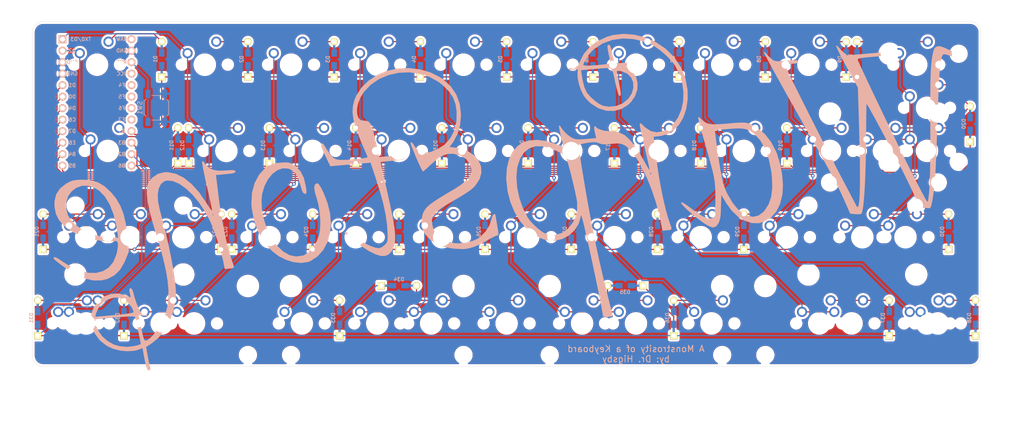
<source format=kicad_pcb>
(kicad_pcb (version 20171130) (host pcbnew "(5.1.9)-1")
  (layers (0 F.Cu signal) (31 B.Cu signal) (34 B.Paste user) (35 F.Paste user) (36 B.SilkS user) (37 F.SilkS user) (38 B.Mask user) (39 F.Mask user) (44 Edge.Cuts user))
  (net 0 "")
  (net 1 r1)
  (net 2 "Net-(D1-Pad2)")
  (net 3 "Net-(D2-Pad2)")
  (net 4 "Net-(D3-Pad2)")
  (net 5 "Net-(D4-Pad2)")
  (net 6 "Net-(D5-Pad2)")
  (net 7 "Net-(D6-Pad2)")
  (net 8 "Net-(D7-Pad2)")
  (net 9 "Net-(D8-Pad2)")
  (net 10 "Net-(D9-Pad2)")
  (net 11 "Net-(D10-Pad2)")
  (net 12 r2)
  (net 13 "Net-(D11-Pad2)")
  (net 14 "Net-(D12-Pad2)")
  (net 15 "Net-(D13-Pad2)")
  (net 16 "Net-(D14-Pad2)")
  (net 17 "Net-(D15-Pad2)")
  (net 18 "Net-(D16-Pad2)")
  (net 19 "Net-(D17-Pad2)")
  (net 20 "Net-(D18-Pad2)")
  (net 21 "Net-(D19-Pad2)")
  (net 22 "Net-(D20-Pad2)")
  (net 23 r3)
  (net 24 "Net-(D21-Pad2)")
  (net 25 "Net-(D22-Pad2)")
  (net 26 "Net-(D23-Pad2)")
  (net 27 "Net-(D24-Pad2)")
  (net 28 "Net-(D25-Pad2)")
  (net 29 "Net-(D26-Pad2)")
  (net 30 "Net-(D27-Pad2)")
  (net 31 "Net-(D28-Pad2)")
  (net 32 "Net-(D29-Pad2)")
  (net 33 "Net-(D30-Pad2)")
  (net 34 "Net-(D31-Pad2)")
  (net 35 r4)
  (net 36 "Net-(D32-Pad2)")
  (net 37 "Net-(D33-Pad2)")
  (net 38 "Net-(D34-Pad2)")
  (net 39 "Net-(D35-Pad2)")
  (net 40 "Net-(D36-Pad2)")
  (net 41 "Net-(D37-Pad2)")
  (net 42 "Net-(D38-Pad2)")
  (net 43 c1)
  (net 44 c2)
  (net 45 c3)
  (net 46 c4)
  (net 47 c5)
  (net 48 c6)
  (net 49 c7)
  (net 50 c8)
  (net 51 c9)
  (net 52 c10)
  (net 53 "Net-(U1-Pad20)")
  (net 54 "Net-(U1-Pad19)")
  (net 55 "Net-(U1-Pad18)")
  (net 56 "Net-(U1-Pad17)")
  (net 57 GND)
  (net 58 RST)
  (net 59 RAW)
  (net 60 VCC)
  (module "silk stuff:thewarpstonetext" (layer B.Cu) (at 134.54119 66.67528 185)
    (fp_text reference G*** hide)
    (fp_text value LOGO hide)
  )
  (module Keebio-Parts:ArduinoProMicro (layer F.Cu) (at 45.24394 46.43457 270)
    (fp_text reference U1 hide)
    (fp_text value ProMicro hide)
    (fp_text user RST (at -8.91 -5.5) (layer B.SilkS) (effects (font (size 0.8 0.8)) (justify mirror)))
    (fp_text user TX0/D3 (at -13.97 3.571872) (layer B.SilkS) (effects (font (size 0.8 0.8)) (justify mirror)))
    (fp_text user B2 (at 11.43 -5.461) (layer B.SilkS) (effects (font (size 0.8 0.8)) (justify mirror)))
    (fp_text user F7 (at 3.81 -5.461) (layer B.SilkS) (effects (font (size 0.8 0.8)) (justify mirror)))
    (fp_text user F6 (at 1.27 -5.461) (layer B.SilkS) (effects (font (size 0.8 0.8)) (justify mirror)))
    (fp_text user F5 (at -1.27 -5.461) (layer B.SilkS) (effects (font (size 0.8 0.8)) (justify mirror)))
    (fp_text user RAW (at -13.97 -5.461) (layer B.SilkS) (effects (font (size 0.8 0.8)) (justify mirror)))
    (fp_text user GND (at -11.43 -5.461) (layer B.SilkS) (effects (font (size 0.8 0.8)) (justify mirror)))
    (fp_text user VCC (at -6.35 -5.461) (layer B.SilkS) (effects (font (size 0.8 0.8)) (justify mirror)))
    (fp_text user F4 (at -3.81 -5.461) (layer B.SilkS) (effects (font (size 0.8 0.8)) (justify mirror)))
    (fp_text user B1 (at 6.35 -5.461) (layer B.SilkS) (effects (font (size 0.8 0.8)) (justify mirror)))
    (fp_text user B3 (at 8.89 -5.461) (layer B.SilkS) (effects (font (size 0.8 0.8)) (justify mirror)))
    (fp_text user B6 (at 13.97 -5.461) (layer B.SilkS) (effects (font (size 0.8 0.8)) (justify mirror)))
    (fp_text user B5 (at 13.97 5.461) (layer B.SilkS) (effects (font (size 0.8 0.8)) (justify mirror)))
    (fp_text user B4 (at 11.43 5.461) (layer B.SilkS) (effects (font (size 0.8 0.8)) (justify mirror)))
    (fp_text user E6 (at 8.89 5.461) (layer B.SilkS) (effects (font (size 0.8 0.8)) (justify mirror)))
    (fp_text user D7 (at 6.35 5.461) (layer B.SilkS) (effects (font (size 0.8 0.8)) (justify mirror)))
    (fp_text user C6 (at 3.81 5.461) (layer B.SilkS) (effects (font (size 0.8 0.8)) (justify mirror)))
    (fp_text user D4 (at 1.27 5.461) (layer B.SilkS) (effects (font (size 0.8 0.8)) (justify mirror)))
    (fp_text user GND (at -8.89 5.461) (layer B.SilkS) (effects (font (size 0.8 0.8)) (justify mirror)))
    (fp_text user GND (at -6.35 5.461) (layer B.SilkS) (effects (font (size 0.8 0.8)) (justify mirror)))
    (fp_text user D1 (at -3.81 5.461) (layer B.SilkS) (effects (font (size 0.8 0.8)) (justify mirror)))
    (fp_text user D0 (at -1.27 5.461) (layer B.SilkS) (effects (font (size 0.8 0.8)) (justify mirror)))
    (fp_text user D2 (at -11.43 5.461) (layer B.SilkS) (effects (font (size 0.8 0.8)) (justify mirror)))
    (pad 24 thru_hole circle (at -13.97 -7.62 270) (size 1.7526 1.7526) (drill 1.0922) (layers *.Cu *.SilkS *.Mask) (net 59 RAW))
    (pad 12 thru_hole circle (at 13.97 7.62 270) (size 1.7526 1.7526) (drill 1.0922) (layers *.Cu *.SilkS *.Mask) (net 52 c10))
    (pad 23 thru_hole circle (at -11.43 -7.62 270) (size 1.7526 1.7526) (drill 1.0922) (layers *.Cu *.SilkS *.Mask) (net 57 GND))
    (pad 22 thru_hole circle (at -8.89 -7.62 270) (size 1.7526 1.7526) (drill 1.0922) (layers *.Cu *.SilkS *.Mask) (net 58 RST))
    (pad 21 thru_hole circle (at -6.35 -7.62 270) (size 1.7526 1.7526) (drill 1.0922) (layers *.Cu *.SilkS *.Mask) (net 60 VCC))
    (pad 20 thru_hole circle (at -3.81 -7.62 270) (size 1.7526 1.7526) (drill 1.0922) (layers *.Cu *.SilkS *.Mask) (net 53 "Net-(U1-Pad20)"))
    (pad 19 thru_hole circle (at -1.27 -7.62 270) (size 1.7526 1.7526) (drill 1.0922) (layers *.Cu *.SilkS *.Mask) (net 54 "Net-(U1-Pad19)"))
    (pad 18 thru_hole circle (at 1.27 -7.62 270) (size 1.7526 1.7526) (drill 1.0922) (layers *.Cu *.SilkS *.Mask) (net 55 "Net-(U1-Pad18)"))
    (pad 17 thru_hole circle (at 3.81 -7.62 270) (size 1.7526 1.7526) (drill 1.0922) (layers *.Cu *.SilkS *.Mask) (net 56 "Net-(U1-Pad17)"))
    (pad 16 thru_hole circle (at 6.35 -7.62 270) (size 1.7526 1.7526) (drill 1.0922) (layers *.Cu *.SilkS *.Mask) (net 1 r1))
    (pad 15 thru_hole circle (at 8.89 -7.62 270) (size 1.7526 1.7526) (drill 1.0922) (layers *.Cu *.SilkS *.Mask) (net 12 r2))
    (pad 14 thru_hole circle (at 11.43 -7.62 270) (size 1.7526 1.7526) (drill 1.0922) (layers *.Cu *.SilkS *.Mask) (net 35 r4))
    (pad 13 thru_hole circle (at 13.97 -7.62 270) (size 1.7526 1.7526) (drill 1.0922) (layers *.Cu *.SilkS *.Mask) (net 23 r3))
    (pad 11 thru_hole circle (at 11.43 7.62 270) (size 1.7526 1.7526) (drill 1.0922) (layers *.Cu *.SilkS *.Mask) (net 51 c9))
    (pad 10 thru_hole circle (at 8.89 7.62 270) (size 1.7526 1.7526) (drill 1.0922) (layers *.Cu *.SilkS *.Mask) (net 50 c8))
    (pad 9 thru_hole circle (at 6.35 7.62 270) (size 1.7526 1.7526) (drill 1.0922) (layers *.Cu *.SilkS *.Mask) (net 49 c7))
    (pad 8 thru_hole circle (at 3.81 7.62 270) (size 1.7526 1.7526) (drill 1.0922) (layers *.Cu *.SilkS *.Mask) (net 48 c6))
    (pad 7 thru_hole circle (at 1.27 7.62 270) (size 1.7526 1.7526) (drill 1.0922) (layers *.Cu *.SilkS *.Mask) (net 47 c5))
    (pad 6 thru_hole circle (at -1.27 7.62 270) (size 1.7526 1.7526) (drill 1.0922) (layers *.Cu *.SilkS *.Mask) (net 46 c4))
    (pad 5 thru_hole circle (at -3.81 7.62 270) (size 1.7526 1.7526) (drill 1.0922) (layers *.Cu *.SilkS *.Mask) (net 45 c3))
    (pad 4 thru_hole circle (at -6.35 7.62 270) (size 1.7526 1.7526) (drill 1.0922) (layers *.Cu *.SilkS *.Mask) (net 57 GND))
    (pad 3 thru_hole circle (at -8.89 7.62 270) (size 1.7526 1.7526) (drill 1.0922) (layers *.Cu *.SilkS *.Mask) (net 57 GND))
    (pad 2 thru_hole circle (at -11.43 7.62 270) (size 1.7526 1.7526) (drill 1.0922) (layers *.Cu *.SilkS *.Mask) (net 43 c1))
    (pad 1 thru_hole rect (at -13.97 7.62 270) (size 1.7526 1.7526) (drill 1.0922) (layers *.Cu *.SilkS *.Mask) (net 44 c2))
  )
  (module MX_Only:MXOnly-2.75U-NoLED (layer F.Cu) (at 214.3134 76.20032)
    (fp_text reference MX30-2.75u1)
    (fp_text value MX-NoLED)
    (pad 2 thru_hole circle (at 2.54 -5.08) (size 2.25 2.25) (drill 1.47) (layers *.Cu B.Mask) (net 33 "Net-(D30-Pad2)"))
    (pad "" np_thru_hole circle (at 0 0) (size 3.9878 3.9878) (drill 3.9878) (layers *.Cu *.Mask))
    (pad 1 thru_hole circle (at -3.81 -2.54) (size 2.25 2.25) (drill 1.47) (layers *.Cu B.Mask) (net 52 c10))
    (pad "" np_thru_hole circle (at -5.08 0 48.0996) (size 1.75 1.75) (drill 1.75) (layers *.Cu *.Mask))
    (pad "" np_thru_hole circle (at 5.08 0 48.0996) (size 1.75 1.75) (drill 1.75) (layers *.Cu *.Mask))
    (pad "" np_thru_hole circle (at -11.90625 -6.985) (size 3.048 3.048) (drill 3.048) (layers *.Cu *.Mask))
    (pad "" np_thru_hole circle (at 11.90625 -6.985) (size 3.048 3.048) (drill 3.048) (layers *.Cu *.Mask))
    (pad "" np_thru_hole circle (at -11.90625 8.255) (size 3.9878 3.9878) (drill 3.9878) (layers *.Cu *.Mask))
    (pad "" np_thru_hole circle (at 11.90625 8.255) (size 3.9878 3.9878) (drill 3.9878) (layers *.Cu *.Mask))
  )
  (module MX_Only:MXOnly-2.25U-NoLED (layer F.Cu) (at 52.38772 76.20032)
    (fp_text reference MX21-2.25u1)
    (fp_text value MX-NoLED)
    (pad 2 thru_hole circle (at 2.54 -5.08) (size 2.25 2.25) (drill 1.47) (layers *.Cu B.Mask) (net 24 "Net-(D21-Pad2)"))
    (pad "" np_thru_hole circle (at 0 0) (size 3.9878 3.9878) (drill 3.9878) (layers *.Cu *.Mask))
    (pad 1 thru_hole circle (at -3.81 -2.54) (size 2.25 2.25) (drill 1.47) (layers *.Cu B.Mask) (net 43 c1))
    (pad "" np_thru_hole circle (at -5.08 0 48.0996) (size 1.75 1.75) (drill 1.75) (layers *.Cu *.Mask))
    (pad "" np_thru_hole circle (at 5.08 0 48.0996) (size 1.75 1.75) (drill 1.75) (layers *.Cu *.Mask))
    (pad "" np_thru_hole circle (at -11.90625 -6.985) (size 3.048 3.048) (drill 3.048) (layers *.Cu *.Mask))
    (pad "" np_thru_hole circle (at 11.90625 -6.985) (size 3.048 3.048) (drill 3.048) (layers *.Cu *.Mask))
    (pad "" np_thru_hole circle (at -11.90625 8.255) (size 3.9878 3.9878) (drill 3.9878) (layers *.Cu *.Mask))
    (pad "" np_thru_hole circle (at 11.90625 8.255) (size 3.9878 3.9878) (drill 3.9878) (layers *.Cu *.Mask))
  )
  (module MX_Only:MXOnly-1.75U-NoLED (layer F.Cu) (at 47.6252 57.15024)
    (fp_text reference MX11)
    (fp_text value MX-NoLED)
    (pad 2 thru_hole circle (at 2.54 -5.08) (size 2.25 2.25) (drill 1.47) (layers *.Cu B.Mask) (net 13 "Net-(D11-Pad2)"))
    (pad "" np_thru_hole circle (at 0 0) (size 3.9878 3.9878) (drill 3.9878) (layers *.Cu *.Mask))
    (pad 1 thru_hole circle (at -3.81 -2.54) (size 2.25 2.25) (drill 1.47) (layers *.Cu B.Mask) (net 43 c1))
    (pad "" np_thru_hole circle (at -5.08 0 48.0996) (size 1.75 1.75) (drill 1.75) (layers *.Cu *.Mask))
  )
  (module MX_Only:MXOnly-ISO-ReversedStabilizers (layer F.Cu) (at 228.60096 47.6252)
    (fp_text reference MX20-ISO1)
    (fp_text value MX-NoLED)
    (pad "" np_thru_hole circle (at -8.255 -11.938) (size 3.9878 3.9878) (drill 3.9878) (layers *.Cu *.Mask))
    (pad "" np_thru_hole circle (at -8.255 11.938) (size 3.9878 3.9878) (drill 3.9878) (layers *.Cu *.Mask))
    (pad "" np_thru_hole circle (at 6.985 -11.938) (size 3.048 3.048) (drill 3.048) (layers *.Cu *.Mask))
    (pad "" np_thru_hole circle (at 6.985 11.938) (size 3.048 3.048) (drill 3.048) (layers *.Cu *.Mask))
    (pad "" np_thru_hole circle (at 5.08 0 48.0996) (size 1.75 1.75) (drill 1.75) (layers *.Cu *.Mask))
    (pad "" np_thru_hole circle (at -5.08 0 48.0996) (size 1.75 1.75) (drill 1.75) (layers *.Cu *.Mask))
    (pad 1 thru_hole circle (at -3.81 -2.54) (size 2.25 2.25) (drill 1.47) (layers *.Cu B.Mask) (net 52 c10))
    (pad "" np_thru_hole circle (at 0 0) (size 3.9878 3.9878) (drill 3.9878) (layers *.Cu *.Mask))
    (pad 2 thru_hole circle (at 2.54 -5.08) (size 2.25 2.25) (drill 1.47) (layers *.Cu B.Mask) (net 22 "Net-(D20-Pad2)"))
  )
  (module MX_Only:MXOnly-2.25U-ReversedStabilizers-NoLED (layer F.Cu) (at 219.07592 57.15024)
    (fp_text reference MX20-2.25u1)
    (fp_text value MX-NoLED)
    (pad 2 thru_hole circle (at 2.54 -5.08) (size 2.25 2.25) (drill 1.47) (layers *.Cu B.Mask) (net 22 "Net-(D20-Pad2)"))
    (pad "" np_thru_hole circle (at 0 0) (size 3.9878 3.9878) (drill 3.9878) (layers *.Cu *.Mask))
    (pad 1 thru_hole circle (at -3.81 -2.54) (size 2.25 2.25) (drill 1.47) (layers *.Cu B.Mask) (net 52 c10))
    (pad "" np_thru_hole circle (at -5.08 0 48.0996) (size 1.75 1.75) (drill 1.75) (layers *.Cu *.Mask))
    (pad "" np_thru_hole circle (at 5.08 0 48.0996) (size 1.75 1.75) (drill 1.75) (layers *.Cu *.Mask))
    (pad "" np_thru_hole circle (at -11.90625 6.985) (size 3.048 3.048) (drill 3.048) (layers *.Cu *.Mask))
    (pad "" np_thru_hole circle (at 11.90625 6.985) (size 3.048 3.048) (drill 3.048) (layers *.Cu *.Mask))
    (pad "" np_thru_hole circle (at -11.90625 -8.255) (size 3.9878 3.9878) (drill 3.9878) (layers *.Cu *.Mask))
    (pad "" np_thru_hole circle (at 11.90625 -8.255) (size 3.9878 3.9878) (drill 3.9878) (layers *.Cu *.Mask))
  )
  (module MX_Only:MXOnly-1U-NoLED (layer F.Cu) (at 230.98222 95.2504)
    (fp_text reference MX38-1u1)
    (fp_text value MX-NoLED)
    (pad 2 thru_hole circle (at 2.54 -5.08) (size 2.25 2.25) (drill 1.47) (layers *.Cu B.Mask) (net 42 "Net-(D38-Pad2)"))
    (pad "" np_thru_hole circle (at 0 0) (size 3.9878 3.9878) (drill 3.9878) (layers *.Cu *.Mask))
    (pad 1 thru_hole circle (at -3.81 -2.54) (size 2.25 2.25) (drill 1.47) (layers *.Cu B.Mask) (net 51 c9))
    (pad "" np_thru_hole circle (at -5.08 0 48.0996) (size 1.75 1.75) (drill 1.75) (layers *.Cu *.Mask))
    (pad "" np_thru_hole circle (at 5.08 0 48.0996) (size 1.75 1.75) (drill 1.75) (layers *.Cu *.Mask))
  )
  (module MX_Only:MXOnly-1U-NoLED (layer F.Cu) (at 211.93214 95.2504)
    (fp_text reference MX37-1u1)
    (fp_text value MX-NoLED)
    (pad 2 thru_hole circle (at 2.54 -5.08) (size 2.25 2.25) (drill 1.47) (layers *.Cu B.Mask) (net 41 "Net-(D37-Pad2)"))
    (pad "" np_thru_hole circle (at 0 0) (size 3.9878 3.9878) (drill 3.9878) (layers *.Cu *.Mask))
    (pad 1 thru_hole circle (at -3.81 -2.54) (size 2.25 2.25) (drill 1.47) (layers *.Cu B.Mask) (net 50 c8))
    (pad "" np_thru_hole circle (at -5.08 0 48.0996) (size 1.75 1.75) (drill 1.75) (layers *.Cu *.Mask))
    (pad "" np_thru_hole circle (at 5.08 0 48.0996) (size 1.75 1.75) (drill 1.75) (layers *.Cu *.Mask))
  )
  (module MX_Only:MXOnly-1U-NoLED (layer F.Cu) (at 59.5315 95.2504)
    (fp_text reference MX32-1u1)
    (fp_text value MX-NoLED)
    (pad 2 thru_hole circle (at 2.54 -5.08) (size 2.25 2.25) (drill 1.47) (layers *.Cu B.Mask) (net 36 "Net-(D32-Pad2)"))
    (pad "" np_thru_hole circle (at 0 0) (size 3.9878 3.9878) (drill 3.9878) (layers *.Cu *.Mask))
    (pad 1 thru_hole circle (at -3.81 -2.54) (size 2.25 2.25) (drill 1.47) (layers *.Cu B.Mask) (net 45 c3))
    (pad "" np_thru_hole circle (at -5.08 0 48.0996) (size 1.75 1.75) (drill 1.75) (layers *.Cu *.Mask))
    (pad "" np_thru_hole circle (at 5.08 0 48.0996) (size 1.75 1.75) (drill 1.75) (layers *.Cu *.Mask))
  )
  (module MX_Only:MXOnly-1U-NoLED (layer F.Cu) (at 40.48142 95.2504)
    (fp_text reference MX31-1u1)
    (fp_text value MX-NoLED)
    (pad 2 thru_hole circle (at 2.54 -5.08) (size 2.25 2.25) (drill 1.47) (layers *.Cu B.Mask) (net 34 "Net-(D31-Pad2)"))
    (pad "" np_thru_hole circle (at 0 0) (size 3.9878 3.9878) (drill 3.9878) (layers *.Cu *.Mask))
    (pad 1 thru_hole circle (at -3.81 -2.54) (size 2.25 2.25) (drill 1.47) (layers *.Cu B.Mask) (net 44 c2))
    (pad "" np_thru_hole circle (at -5.08 0 48.0996) (size 1.75 1.75) (drill 1.75) (layers *.Cu *.Mask))
    (pad "" np_thru_hole circle (at 5.08 0 48.0996) (size 1.75 1.75) (drill 1.75) (layers *.Cu *.Mask))
  )
  (module MX_Only:MXOnly-7U-ReversedStabilizers-NoLED (layer F.Cu) (at 135.73182 95.2504)
    (fp_text reference MX34-7u1)
    (fp_text value MX-NoLED)
    (pad 2 thru_hole circle (at 2.54 -5.08) (size 2.25 2.25) (drill 1.47) (layers *.Cu B.Mask) (net 38 "Net-(D34-Pad2)"))
    (pad "" np_thru_hole circle (at 0 0) (size 3.9878 3.9878) (drill 3.9878) (layers *.Cu *.Mask))
    (pad 1 thru_hole circle (at -3.81 -2.54) (size 2.25 2.25) (drill 1.47) (layers *.Cu B.Mask) (net 47 c5))
    (pad "" np_thru_hole circle (at -5.08 0 48.0996) (size 1.75 1.75) (drill 1.75) (layers *.Cu *.Mask))
    (pad "" np_thru_hole circle (at 5.08 0 48.0996) (size 1.75 1.75) (drill 1.75) (layers *.Cu *.Mask))
    (pad "" np_thru_hole circle (at -57.15 6.985) (size 3.048 3.048) (drill 3.048) (layers *.Cu *.Mask))
    (pad "" np_thru_hole circle (at 57.15 6.985) (size 3.048 3.048) (drill 3.048) (layers *.Cu *.Mask))
    (pad "" np_thru_hole circle (at -57.15 -8.255) (size 3.9878 3.9878) (drill 3.9878) (layers *.Cu *.Mask))
    (pad "" np_thru_hole circle (at 57.15 -8.255) (size 3.9878 3.9878) (drill 3.9878) (layers *.Cu *.Mask))
  )
  (module MX_Only:MXOnly-6U-Centered-ReversedStabilizers-NoLED (layer F.Cu) (at 135.73182 95.2504)
    (fp_text reference MX34-6u1)
    (fp_text value MX-NoLED)
    (pad "" np_thru_hole circle (at 47.625 -8.255) (size 3.9878 3.9878) (drill 3.9878) (layers *.Cu *.Mask))
    (pad "" np_thru_hole circle (at -47.625 -8.255) (size 3.9878 3.9878) (drill 3.9878) (layers *.Cu *.Mask))
    (pad "" np_thru_hole circle (at 47.625 6.985) (size 3.048 3.048) (drill 3.048) (layers *.Cu *.Mask))
    (pad "" np_thru_hole circle (at -47.625 6.985) (size 3.048 3.048) (drill 3.048) (layers *.Cu *.Mask))
    (pad "" np_thru_hole circle (at 5.08 0 48.0996) (size 1.75 1.75) (drill 1.75) (layers *.Cu *.Mask))
    (pad "" np_thru_hole circle (at -5.08 0 48.0996) (size 1.75 1.75) (drill 1.75) (layers *.Cu *.Mask))
    (pad 1 thru_hole circle (at -3.81 -2.54) (size 2.25 2.25) (drill 1.47) (layers *.Cu B.Mask) (net 47 c5))
    (pad "" np_thru_hole circle (at 0 0) (size 3.9878 3.9878) (drill 3.9878) (layers *.Cu *.Mask))
    (pad 2 thru_hole circle (at 2.54 -5.08) (size 2.25 2.25) (drill 1.47) (layers *.Cu B.Mask) (net 38 "Net-(D34-Pad2)"))
  )
  (module MX_Only:MXOnly-3U-ReversedStabilizers-NoLED (layer F.Cu) (at 164.30694 95.2504)
    (fp_text reference MX35-3u1)
    (fp_text value MX-NoLED)
    (pad 2 thru_hole circle (at 2.54 -5.08) (size 2.25 2.25) (drill 1.47) (layers *.Cu B.Mask) (net 39 "Net-(D35-Pad2)"))
    (pad 1 thru_hole circle (at -3.81 -2.54 48.1) (size 2.25 2.25) (drill 1.47) (layers *.Cu B.Mask) (net 48 c6))
    (pad "" np_thru_hole circle (at 0 0) (size 3.9878 3.9878) (drill 3.9878) (layers *.Cu *.Mask))
    (pad "" np_thru_hole circle (at -5.08 0 48.0996) (size 1.75 1.75) (drill 1.75) (layers *.Cu *.Mask))
    (pad "" np_thru_hole circle (at 5.08 0 48.0996) (size 1.75 1.75) (drill 1.75) (layers *.Cu *.Mask))
    (pad "" np_thru_hole circle (at -19.05 6.985) (size 3.048 3.048) (drill 3.048) (layers *.Cu *.Mask))
    (pad "" np_thru_hole circle (at 19.05 6.985) (size 3.048 3.048) (drill 3.048) (layers *.Cu *.Mask))
    (pad "" np_thru_hole circle (at -19.05 -8.255) (size 3.9878 3.9878) (drill 3.9878) (layers *.Cu *.Mask))
    (pad "" np_thru_hole circle (at 19.05 -8.255) (size 3.9878 3.9878) (drill 3.9878) (layers *.Cu *.Mask))
  )
  (module MX_Only:MXOnly-3U-ReversedStabilizers-NoLED (layer F.Cu) (at 107.1567 95.2504)
    (fp_text reference MX34-3u1)
    (fp_text value MX-NoLED)
    (pad 2 thru_hole circle (at 2.54 -5.08) (size 2.25 2.25) (drill 1.47) (layers *.Cu B.Mask) (net 38 "Net-(D34-Pad2)"))
    (pad 1 thru_hole circle (at -3.81 -2.54 48.1) (size 2.25 2.25) (drill 1.47) (layers *.Cu B.Mask) (net 47 c5))
    (pad "" np_thru_hole circle (at 0 0) (size 3.9878 3.9878) (drill 3.9878) (layers *.Cu *.Mask))
    (pad "" np_thru_hole circle (at -5.08 0 48.0996) (size 1.75 1.75) (drill 1.75) (layers *.Cu *.Mask))
    (pad "" np_thru_hole circle (at 5.08 0 48.0996) (size 1.75 1.75) (drill 1.75) (layers *.Cu *.Mask))
    (pad "" np_thru_hole circle (at -19.05 6.985) (size 3.048 3.048) (drill 3.048) (layers *.Cu *.Mask))
    (pad "" np_thru_hole circle (at 19.05 6.985) (size 3.048 3.048) (drill 3.048) (layers *.Cu *.Mask))
    (pad "" np_thru_hole circle (at -19.05 -8.255) (size 3.9878 3.9878) (drill 3.9878) (layers *.Cu *.Mask))
    (pad "" np_thru_hole circle (at 19.05 -8.255) (size 3.9878 3.9878) (drill 3.9878) (layers *.Cu *.Mask))
  )
  (module Button_Switch_SMD:SW_SPST_SKQG_WithStem (layer B.Cu) (at 58.34087 47.6252 270)
    (fp_text reference SW1 (at 0 3.6 270) (layer B.SilkS) (effects (justify mirror)))
    (fp_text value SW_Push)
    (pad 2 smd rect (at 3.1 -1.85 270) (size 1.8 1.1) (layers B.Cu B.Paste B.Mask) (net 57 GND))
    (pad 2 smd rect (at -3.1 -1.85 270) (size 1.8 1.1) (layers B.Cu B.Paste B.Mask) (net 57 GND))
    (pad 1 smd rect (at 3.1 1.85 270) (size 1.8 1.1) (layers B.Cu B.Paste B.Mask) (net 58 RST))
    (pad 1 smd rect (at -3.1 1.85 270) (size 1.8 1.1) (layers B.Cu B.Paste B.Mask) (net 58 RST))
  )
  (module MX_Only:MXOnly-1.25U-NoLED (layer F.Cu) (at 228.60096 95.2504)
    (fp_text reference MX38)
    (fp_text value MX-NoLED)
    (pad 2 thru_hole circle (at 2.54 -5.08) (size 2.25 2.25) (drill 1.47) (layers *.Cu B.Mask) (net 42 "Net-(D38-Pad2)"))
    (pad "" np_thru_hole circle (at 0 0) (size 3.9878 3.9878) (drill 3.9878) (layers *.Cu *.Mask))
    (pad 1 thru_hole circle (at -3.81 -2.54) (size 2.25 2.25) (drill 1.47) (layers *.Cu B.Mask) (net 51 c9))
    (pad "" np_thru_hole circle (at -5.08 0 48.0996) (size 1.75 1.75) (drill 1.75) (layers *.Cu *.Mask))
    (pad "" np_thru_hole circle (at 5.08 0 48.0996) (size 1.75 1.75) (drill 1.75) (layers *.Cu *.Mask))
  )
  (module MX_Only:MXOnly-1.25U-NoLED (layer F.Cu) (at 204.78836 95.2504)
    (fp_text reference MX37)
    (fp_text value MX-NoLED)
    (pad 2 thru_hole circle (at 2.54 -5.08) (size 2.25 2.25) (drill 1.47) (layers *.Cu B.Mask) (net 41 "Net-(D37-Pad2)"))
    (pad "" np_thru_hole circle (at 0 0) (size 3.9878 3.9878) (drill 3.9878) (layers *.Cu *.Mask))
    (pad 1 thru_hole circle (at -3.81 -2.54) (size 2.25 2.25) (drill 1.47) (layers *.Cu B.Mask) (net 50 c8))
    (pad "" np_thru_hole circle (at -5.08 0 48.0996) (size 1.75 1.75) (drill 1.75) (layers *.Cu *.Mask))
    (pad "" np_thru_hole circle (at 5.08 0 48.0996) (size 1.75 1.75) (drill 1.75) (layers *.Cu *.Mask))
  )
  (module MX_Only:MXOnly-1.25U-NoLED (layer F.Cu) (at 180.97576 95.2504)
    (fp_text reference MX36)
    (fp_text value MX-NoLED)
    (pad 2 thru_hole circle (at 2.54 -5.08) (size 2.25 2.25) (drill 1.47) (layers *.Cu B.Mask) (net 40 "Net-(D36-Pad2)"))
    (pad "" np_thru_hole circle (at 0 0) (size 3.9878 3.9878) (drill 3.9878) (layers *.Cu *.Mask))
    (pad 1 thru_hole circle (at -3.81 -2.54) (size 2.25 2.25) (drill 1.47) (layers *.Cu B.Mask) (net 49 c7))
    (pad "" np_thru_hole circle (at -5.08 0 48.0996) (size 1.75 1.75) (drill 1.75) (layers *.Cu *.Mask))
    (pad "" np_thru_hole circle (at 5.08 0 48.0996) (size 1.75 1.75) (drill 1.75) (layers *.Cu *.Mask))
  )
  (module MX_Only:MXOnly-1.75U-NoLED (layer F.Cu) (at 152.40064 95.2504)
    (fp_text reference MX35)
    (fp_text value MX-NoLED)
    (pad 2 thru_hole circle (at 2.54 -5.08) (size 2.25 2.25) (drill 1.47) (layers *.Cu B.Mask) (net 39 "Net-(D35-Pad2)"))
    (pad "" np_thru_hole circle (at 0 0) (size 3.9878 3.9878) (drill 3.9878) (layers *.Cu *.Mask))
    (pad 1 thru_hole circle (at -3.81 -2.54) (size 2.25 2.25) (drill 1.47) (layers *.Cu B.Mask) (net 48 c6))
    (pad "" np_thru_hole circle (at -5.08 0 48.0996) (size 1.75 1.75) (drill 1.75) (layers *.Cu *.Mask))
    (pad "" np_thru_hole circle (at 5.08 0 48.0996) (size 1.75 1.75) (drill 1.75) (layers *.Cu *.Mask))
  )
  (module MX_Only:MXOnly-1.75U-NoLED (layer F.Cu) (at 119.063 95.2504)
    (fp_text reference MX34)
    (fp_text value MX-NoLED)
    (pad 2 thru_hole circle (at 2.54 -5.08) (size 2.25 2.25) (drill 1.47) (layers *.Cu B.Mask) (net 38 "Net-(D34-Pad2)"))
    (pad "" np_thru_hole circle (at 0 0) (size 3.9878 3.9878) (drill 3.9878) (layers *.Cu *.Mask))
    (pad 1 thru_hole circle (at -3.81 -2.54) (size 2.25 2.25) (drill 1.47) (layers *.Cu B.Mask) (net 47 c5))
    (pad "" np_thru_hole circle (at -5.08 0 48.0996) (size 1.75 1.75) (drill 1.75) (layers *.Cu *.Mask))
    (pad "" np_thru_hole circle (at 5.08 0 48.0996) (size 1.75 1.75) (drill 1.75) (layers *.Cu *.Mask))
  )
  (module MX_Only:MXOnly-1.25U-NoLED (layer F.Cu) (at 90.48788 95.2504)
    (fp_text reference MX33)
    (fp_text value MX-NoLED)
    (pad 2 thru_hole circle (at 2.54 -5.08) (size 2.25 2.25) (drill 1.47) (layers *.Cu B.Mask) (net 37 "Net-(D33-Pad2)"))
    (pad "" np_thru_hole circle (at 0 0) (size 3.9878 3.9878) (drill 3.9878) (layers *.Cu *.Mask))
    (pad 1 thru_hole circle (at -3.81 -2.54) (size 2.25 2.25) (drill 1.47) (layers *.Cu B.Mask) (net 46 c4))
    (pad "" np_thru_hole circle (at -5.08 0 48.0996) (size 1.75 1.75) (drill 1.75) (layers *.Cu *.Mask))
    (pad "" np_thru_hole circle (at 5.08 0 48.0996) (size 1.75 1.75) (drill 1.75) (layers *.Cu *.Mask))
  )
  (module MX_Only:MXOnly-1.25U-NoLED (layer F.Cu) (at 66.67528 95.2504)
    (fp_text reference MX32)
    (fp_text value MX-NoLED)
    (pad 2 thru_hole circle (at 2.54 -5.08) (size 2.25 2.25) (drill 1.47) (layers *.Cu B.Mask) (net 36 "Net-(D32-Pad2)"))
    (pad "" np_thru_hole circle (at 0 0) (size 3.9878 3.9878) (drill 3.9878) (layers *.Cu *.Mask))
    (pad 1 thru_hole circle (at -3.81 -2.54) (size 2.25 2.25) (drill 1.47) (layers *.Cu B.Mask) (net 45 c3))
    (pad "" np_thru_hole circle (at -5.08 0 48.0996) (size 1.75 1.75) (drill 1.75) (layers *.Cu *.Mask))
    (pad "" np_thru_hole circle (at 5.08 0 48.0996) (size 1.75 1.75) (drill 1.75) (layers *.Cu *.Mask))
  )
  (module MX_Only:MXOnly-1.25U-NoLED (layer F.Cu) (at 42.86268 95.2504)
    (fp_text reference MX31)
    (fp_text value MX-NoLED)
    (pad 2 thru_hole circle (at 2.54 -5.08) (size 2.25 2.25) (drill 1.47) (layers *.Cu B.Mask) (net 34 "Net-(D31-Pad2)"))
    (pad "" np_thru_hole circle (at 0 0) (size 3.9878 3.9878) (drill 3.9878) (layers *.Cu *.Mask))
    (pad 1 thru_hole circle (at -3.81 -2.54) (size 2.25 2.25) (drill 1.47) (layers *.Cu B.Mask) (net 44 c2))
    (pad "" np_thru_hole circle (at -5.08 0 48.0996) (size 1.75 1.75) (drill 1.75) (layers *.Cu *.Mask))
    (pad "" np_thru_hole circle (at 5.08 0 48.0996) (size 1.75 1.75) (drill 1.75) (layers *.Cu *.Mask))
  )
  (module MX_Only:MXOnly-1.75U-NoLED (layer F.Cu) (at 223.83844 76.20032)
    (fp_text reference MX30)
    (fp_text value MX-NoLED)
    (pad 2 thru_hole circle (at 2.54 -5.08) (size 2.25 2.25) (drill 1.47) (layers *.Cu B.Mask) (net 33 "Net-(D30-Pad2)"))
    (pad "" np_thru_hole circle (at 0 0) (size 3.9878 3.9878) (drill 3.9878) (layers *.Cu *.Mask))
    (pad 1 thru_hole circle (at -3.81 -2.54) (size 2.25 2.25) (drill 1.47) (layers *.Cu B.Mask) (net 52 c10))
    (pad "" np_thru_hole circle (at -5.08 0 48.0996) (size 1.75 1.75) (drill 1.75) (layers *.Cu *.Mask))
    (pad "" np_thru_hole circle (at 5.08 0 48.0996) (size 1.75 1.75) (drill 1.75) (layers *.Cu *.Mask))
  )
  (module MX_Only:MXOnly-1U-NoLED (layer F.Cu) (at 197.64458 76.20032)
    (fp_text reference MX29)
    (fp_text value MX-NoLED)
    (pad 2 thru_hole circle (at 2.54 -5.08) (size 2.25 2.25) (drill 1.47) (layers *.Cu B.Mask) (net 32 "Net-(D29-Pad2)"))
    (pad "" np_thru_hole circle (at 0 0) (size 3.9878 3.9878) (drill 3.9878) (layers *.Cu *.Mask))
    (pad 1 thru_hole circle (at -3.81 -2.54) (size 2.25 2.25) (drill 1.47) (layers *.Cu B.Mask) (net 51 c9))
    (pad "" np_thru_hole circle (at -5.08 0 48.0996) (size 1.75 1.75) (drill 1.75) (layers *.Cu *.Mask))
    (pad "" np_thru_hole circle (at 5.08 0 48.0996) (size 1.75 1.75) (drill 1.75) (layers *.Cu *.Mask))
  )
  (module MX_Only:MXOnly-1U-NoLED (layer F.Cu) (at 178.5945 76.20032)
    (fp_text reference MX28)
    (fp_text value MX-NoLED)
    (pad 2 thru_hole circle (at 2.54 -5.08) (size 2.25 2.25) (drill 1.47) (layers *.Cu B.Mask) (net 31 "Net-(D28-Pad2)"))
    (pad "" np_thru_hole circle (at 0 0) (size 3.9878 3.9878) (drill 3.9878) (layers *.Cu *.Mask))
    (pad 1 thru_hole circle (at -3.81 -2.54) (size 2.25 2.25) (drill 1.47) (layers *.Cu B.Mask) (net 50 c8))
    (pad "" np_thru_hole circle (at -5.08 0 48.0996) (size 1.75 1.75) (drill 1.75) (layers *.Cu *.Mask))
    (pad "" np_thru_hole circle (at 5.08 0 48.0996) (size 1.75 1.75) (drill 1.75) (layers *.Cu *.Mask))
  )
  (module MX_Only:MXOnly-1U-NoLED (layer F.Cu) (at 159.54442 76.20032)
    (fp_text reference MX27)
    (fp_text value MX-NoLED)
    (pad 2 thru_hole circle (at 2.54 -5.08) (size 2.25 2.25) (drill 1.47) (layers *.Cu B.Mask) (net 30 "Net-(D27-Pad2)"))
    (pad "" np_thru_hole circle (at 0 0) (size 3.9878 3.9878) (drill 3.9878) (layers *.Cu *.Mask))
    (pad 1 thru_hole circle (at -3.81 -2.54) (size 2.25 2.25) (drill 1.47) (layers *.Cu B.Mask) (net 49 c7))
    (pad "" np_thru_hole circle (at -5.08 0 48.0996) (size 1.75 1.75) (drill 1.75) (layers *.Cu *.Mask))
    (pad "" np_thru_hole circle (at 5.08 0 48.0996) (size 1.75 1.75) (drill 1.75) (layers *.Cu *.Mask))
  )
  (module MX_Only:MXOnly-1U-NoLED (layer F.Cu) (at 140.49434 76.20032)
    (fp_text reference MX26)
    (fp_text value MX-NoLED)
    (pad 2 thru_hole circle (at 2.54 -5.08) (size 2.25 2.25) (drill 1.47) (layers *.Cu B.Mask) (net 29 "Net-(D26-Pad2)"))
    (pad "" np_thru_hole circle (at 0 0) (size 3.9878 3.9878) (drill 3.9878) (layers *.Cu *.Mask))
    (pad 1 thru_hole circle (at -3.81 -2.54) (size 2.25 2.25) (drill 1.47) (layers *.Cu B.Mask) (net 48 c6))
    (pad "" np_thru_hole circle (at -5.08 0 48.0996) (size 1.75 1.75) (drill 1.75) (layers *.Cu *.Mask))
    (pad "" np_thru_hole circle (at 5.08 0 48.0996) (size 1.75 1.75) (drill 1.75) (layers *.Cu *.Mask))
  )
  (module MX_Only:MXOnly-1U-NoLED (layer F.Cu) (at 121.44426 76.20032)
    (fp_text reference MX25)
    (fp_text value MX-NoLED)
    (pad 2 thru_hole circle (at 2.54 -5.08) (size 2.25 2.25) (drill 1.47) (layers *.Cu B.Mask) (net 28 "Net-(D25-Pad2)"))
    (pad "" np_thru_hole circle (at 0 0) (size 3.9878 3.9878) (drill 3.9878) (layers *.Cu *.Mask))
    (pad 1 thru_hole circle (at -3.81 -2.54) (size 2.25 2.25) (drill 1.47) (layers *.Cu B.Mask) (net 47 c5))
    (pad "" np_thru_hole circle (at -5.08 0 48.0996) (size 1.75 1.75) (drill 1.75) (layers *.Cu *.Mask))
    (pad "" np_thru_hole circle (at 5.08 0 48.0996) (size 1.75 1.75) (drill 1.75) (layers *.Cu *.Mask))
  )
  (module MX_Only:MXOnly-1U-NoLED (layer F.Cu) (at 102.39418 76.20032)
    (fp_text reference MX24)
    (fp_text value MX-NoLED)
    (pad 2 thru_hole circle (at 2.54 -5.08) (size 2.25 2.25) (drill 1.47) (layers *.Cu B.Mask) (net 27 "Net-(D24-Pad2)"))
    (pad "" np_thru_hole circle (at 0 0) (size 3.9878 3.9878) (drill 3.9878) (layers *.Cu *.Mask))
    (pad 1 thru_hole circle (at -3.81 -2.54) (size 2.25 2.25) (drill 1.47) (layers *.Cu B.Mask) (net 46 c4))
    (pad "" np_thru_hole circle (at -5.08 0 48.0996) (size 1.75 1.75) (drill 1.75) (layers *.Cu *.Mask))
    (pad "" np_thru_hole circle (at 5.08 0 48.0996) (size 1.75 1.75) (drill 1.75) (layers *.Cu *.Mask))
  )
  (module MX_Only:MXOnly-1U-NoLED (layer F.Cu) (at 83.3441 76.20032)
    (fp_text reference MX23)
    (fp_text value MX-NoLED)
    (pad 2 thru_hole circle (at 2.54 -5.08) (size 2.25 2.25) (drill 1.47) (layers *.Cu B.Mask) (net 26 "Net-(D23-Pad2)"))
    (pad "" np_thru_hole circle (at 0 0) (size 3.9878 3.9878) (drill 3.9878) (layers *.Cu *.Mask))
    (pad 1 thru_hole circle (at -3.81 -2.54) (size 2.25 2.25) (drill 1.47) (layers *.Cu B.Mask) (net 45 c3))
    (pad "" np_thru_hole circle (at -5.08 0 48.0996) (size 1.75 1.75) (drill 1.75) (layers *.Cu *.Mask))
    (pad "" np_thru_hole circle (at 5.08 0 48.0996) (size 1.75 1.75) (drill 1.75) (layers *.Cu *.Mask))
  )
  (module MX_Only:MXOnly-1U-NoLED (layer F.Cu) (at 64.29402 76.20032)
    (fp_text reference MX22)
    (fp_text value MX-NoLED)
    (pad 2 thru_hole circle (at 2.54 -5.08) (size 2.25 2.25) (drill 1.47) (layers *.Cu B.Mask) (net 25 "Net-(D22-Pad2)"))
    (pad "" np_thru_hole circle (at 0 0) (size 3.9878 3.9878) (drill 3.9878) (layers *.Cu *.Mask))
    (pad 1 thru_hole circle (at -3.81 -2.54) (size 2.25 2.25) (drill 1.47) (layers *.Cu B.Mask) (net 44 c2))
    (pad "" np_thru_hole circle (at -5.08 0 48.0996) (size 1.75 1.75) (drill 1.75) (layers *.Cu *.Mask))
    (pad "" np_thru_hole circle (at 5.08 0 48.0996) (size 1.75 1.75) (drill 1.75) (layers *.Cu *.Mask))
  )
  (module MX_Only:MXOnly-1.25U-NoLED (layer F.Cu) (at 42.86268 76.20032)
    (fp_text reference MX21)
    (fp_text value MX-NoLED)
    (pad 2 thru_hole circle (at 2.54 -5.08) (size 2.25 2.25) (drill 1.47) (layers *.Cu B.Mask) (net 24 "Net-(D21-Pad2)"))
    (pad "" np_thru_hole circle (at 0 0) (size 3.9878 3.9878) (drill 3.9878) (layers *.Cu *.Mask))
    (pad 1 thru_hole circle (at -3.81 -2.54) (size 2.25 2.25) (drill 1.47) (layers *.Cu B.Mask) (net 43 c1))
    (pad "" np_thru_hole circle (at -5.08 0 48.0996) (size 1.75 1.75) (drill 1.75) (layers *.Cu *.Mask))
    (pad "" np_thru_hole circle (at 5.08 0 48.0996) (size 1.75 1.75) (drill 1.75) (layers *.Cu *.Mask))
  )
  (module MX_Only:MXOnly-1.25U-NoLED (layer F.Cu) (at 228.60096 57.15024)
    (fp_text reference MX20)
    (fp_text value MX-NoLED)
    (pad 2 thru_hole circle (at 2.54 -5.08) (size 2.25 2.25) (drill 1.47) (layers *.Cu B.Mask) (net 22 "Net-(D20-Pad2)"))
    (pad "" np_thru_hole circle (at 0 0) (size 3.9878 3.9878) (drill 3.9878) (layers *.Cu *.Mask))
    (pad 1 thru_hole circle (at -3.81 -2.54) (size 2.25 2.25) (drill 1.47) (layers *.Cu B.Mask) (net 52 c10))
    (pad "" np_thru_hole circle (at -5.08 0 48.0996) (size 1.75 1.75) (drill 1.75) (layers *.Cu *.Mask))
    (pad "" np_thru_hole circle (at 5.08 0 48.0996) (size 1.75 1.75) (drill 1.75) (layers *.Cu *.Mask))
  )
  (module MX_Only:MXOnly-1U-NoLED (layer F.Cu) (at 207.16962 57.15024)
    (fp_text reference MX19)
    (fp_text value MX-NoLED)
    (pad 2 thru_hole circle (at 2.54 -5.08) (size 2.25 2.25) (drill 1.47) (layers *.Cu B.Mask) (net 21 "Net-(D19-Pad2)"))
    (pad "" np_thru_hole circle (at 0 0) (size 3.9878 3.9878) (drill 3.9878) (layers *.Cu *.Mask))
    (pad 1 thru_hole circle (at -3.81 -2.54) (size 2.25 2.25) (drill 1.47) (layers *.Cu B.Mask) (net 51 c9))
    (pad "" np_thru_hole circle (at -5.08 0 48.0996) (size 1.75 1.75) (drill 1.75) (layers *.Cu *.Mask))
    (pad "" np_thru_hole circle (at 5.08 0 48.0996) (size 1.75 1.75) (drill 1.75) (layers *.Cu *.Mask))
  )
  (module MX_Only:MXOnly-1U-NoLED (layer F.Cu) (at 188.11954 57.15024)
    (fp_text reference MX18)
    (fp_text value MX-NoLED)
    (pad 2 thru_hole circle (at 2.54 -5.08) (size 2.25 2.25) (drill 1.47) (layers *.Cu B.Mask) (net 20 "Net-(D18-Pad2)"))
    (pad "" np_thru_hole circle (at 0 0) (size 3.9878 3.9878) (drill 3.9878) (layers *.Cu *.Mask))
    (pad 1 thru_hole circle (at -3.81 -2.54) (size 2.25 2.25) (drill 1.47) (layers *.Cu B.Mask) (net 50 c8))
    (pad "" np_thru_hole circle (at -5.08 0 48.0996) (size 1.75 1.75) (drill 1.75) (layers *.Cu *.Mask))
    (pad "" np_thru_hole circle (at 5.08 0 48.0996) (size 1.75 1.75) (drill 1.75) (layers *.Cu *.Mask))
  )
  (module MX_Only:MXOnly-1U-NoLED (layer F.Cu) (at 169.06946 57.15024)
    (fp_text reference MX17)
    (fp_text value MX-NoLED)
    (pad 2 thru_hole circle (at 2.54 -5.08) (size 2.25 2.25) (drill 1.47) (layers *.Cu B.Mask) (net 19 "Net-(D17-Pad2)"))
    (pad "" np_thru_hole circle (at 0 0) (size 3.9878 3.9878) (drill 3.9878) (layers *.Cu *.Mask))
    (pad 1 thru_hole circle (at -3.81 -2.54) (size 2.25 2.25) (drill 1.47) (layers *.Cu B.Mask) (net 49 c7))
    (pad "" np_thru_hole circle (at -5.08 0 48.0996) (size 1.75 1.75) (drill 1.75) (layers *.Cu *.Mask))
    (pad "" np_thru_hole circle (at 5.08 0 48.0996) (size 1.75 1.75) (drill 1.75) (layers *.Cu *.Mask))
  )
  (module MX_Only:MXOnly-1U-NoLED (layer F.Cu) (at 150.01938 57.15024)
    (fp_text reference MX16)
    (fp_text value MX-NoLED)
    (pad 2 thru_hole circle (at 2.54 -5.08) (size 2.25 2.25) (drill 1.47) (layers *.Cu B.Mask) (net 18 "Net-(D16-Pad2)"))
    (pad "" np_thru_hole circle (at 0 0) (size 3.9878 3.9878) (drill 3.9878) (layers *.Cu *.Mask))
    (pad 1 thru_hole circle (at -3.81 -2.54) (size 2.25 2.25) (drill 1.47) (layers *.Cu B.Mask) (net 48 c6))
    (pad "" np_thru_hole circle (at -5.08 0 48.0996) (size 1.75 1.75) (drill 1.75) (layers *.Cu *.Mask))
    (pad "" np_thru_hole circle (at 5.08 0 48.0996) (size 1.75 1.75) (drill 1.75) (layers *.Cu *.Mask))
  )
  (module MX_Only:MXOnly-1U-NoLED (layer F.Cu) (at 130.9693 57.15024)
    (fp_text reference MX15)
    (fp_text value MX-NoLED)
    (pad 2 thru_hole circle (at 2.54 -5.08) (size 2.25 2.25) (drill 1.47) (layers *.Cu B.Mask) (net 17 "Net-(D15-Pad2)"))
    (pad "" np_thru_hole circle (at 0 0) (size 3.9878 3.9878) (drill 3.9878) (layers *.Cu *.Mask))
    (pad 1 thru_hole circle (at -3.81 -2.54) (size 2.25 2.25) (drill 1.47) (layers *.Cu B.Mask) (net 47 c5))
    (pad "" np_thru_hole circle (at -5.08 0 48.0996) (size 1.75 1.75) (drill 1.75) (layers *.Cu *.Mask))
    (pad "" np_thru_hole circle (at 5.08 0 48.0996) (size 1.75 1.75) (drill 1.75) (layers *.Cu *.Mask))
  )
  (module MX_Only:MXOnly-1U-NoLED (layer F.Cu) (at 111.91922 57.15024)
    (fp_text reference MX14)
    (fp_text value MX-NoLED)
    (pad 2 thru_hole circle (at 2.54 -5.08) (size 2.25 2.25) (drill 1.47) (layers *.Cu B.Mask) (net 16 "Net-(D14-Pad2)"))
    (pad "" np_thru_hole circle (at 0 0) (size 3.9878 3.9878) (drill 3.9878) (layers *.Cu *.Mask))
    (pad 1 thru_hole circle (at -3.81 -2.54) (size 2.25 2.25) (drill 1.47) (layers *.Cu B.Mask) (net 46 c4))
    (pad "" np_thru_hole circle (at -5.08 0 48.0996) (size 1.75 1.75) (drill 1.75) (layers *.Cu *.Mask))
    (pad "" np_thru_hole circle (at 5.08 0 48.0996) (size 1.75 1.75) (drill 1.75) (layers *.Cu *.Mask))
  )
  (module MX_Only:MXOnly-1U-NoLED (layer F.Cu) (at 92.86914 57.15024)
    (fp_text reference MX13)
    (fp_text value MX-NoLED)
    (pad 2 thru_hole circle (at 2.54 -5.08) (size 2.25 2.25) (drill 1.47) (layers *.Cu B.Mask) (net 15 "Net-(D13-Pad2)"))
    (pad "" np_thru_hole circle (at 0 0) (size 3.9878 3.9878) (drill 3.9878) (layers *.Cu *.Mask))
    (pad 1 thru_hole circle (at -3.81 -2.54) (size 2.25 2.25) (drill 1.47) (layers *.Cu B.Mask) (net 45 c3))
    (pad "" np_thru_hole circle (at -5.08 0 48.0996) (size 1.75 1.75) (drill 1.75) (layers *.Cu *.Mask))
    (pad "" np_thru_hole circle (at 5.08 0 48.0996) (size 1.75 1.75) (drill 1.75) (layers *.Cu *.Mask))
  )
  (module MX_Only:MXOnly-1U-NoLED (layer F.Cu) (at 73.81906 57.15024)
    (fp_text reference MX12)
    (fp_text value MX-NoLED)
    (pad 2 thru_hole circle (at 2.54 -5.08) (size 2.25 2.25) (drill 1.47) (layers *.Cu B.Mask) (net 14 "Net-(D12-Pad2)"))
    (pad "" np_thru_hole circle (at 0 0) (size 3.9878 3.9878) (drill 3.9878) (layers *.Cu *.Mask))
    (pad 1 thru_hole circle (at -3.81 -2.54) (size 2.25 2.25) (drill 1.47) (layers *.Cu B.Mask) (net 44 c2))
    (pad "" np_thru_hole circle (at -5.08 0 48.0996) (size 1.75 1.75) (drill 1.75) (layers *.Cu *.Mask))
    (pad "" np_thru_hole circle (at 5.08 0 48.0996) (size 1.75 1.75) (drill 1.75) (layers *.Cu *.Mask))
  )
  (module MX_Only:MXOnly-1.5U-NoLED (layer F.Cu) (at 226.2197 38.10016)
    (fp_text reference MX10)
    (fp_text value MX-NoLED)
    (pad 2 thru_hole circle (at 2.54 -5.08) (size 2.25 2.25) (drill 1.47) (layers *.Cu B.Mask) (net 11 "Net-(D10-Pad2)"))
    (pad "" np_thru_hole circle (at 0 0) (size 3.9878 3.9878) (drill 3.9878) (layers *.Cu *.Mask))
    (pad 1 thru_hole circle (at -3.81 -2.54) (size 2.25 2.25) (drill 1.47) (layers *.Cu B.Mask) (net 52 c10))
    (pad "" np_thru_hole circle (at -5.08 0 48.0996) (size 1.75 1.75) (drill 1.75) (layers *.Cu *.Mask))
    (pad "" np_thru_hole circle (at 5.08 0 48.0996) (size 1.75 1.75) (drill 1.75) (layers *.Cu *.Mask))
  )
  (module MX_Only:MXOnly-1U-NoLED (layer F.Cu) (at 202.4071 38.10016)
    (fp_text reference MX9)
    (fp_text value MX-NoLED)
    (pad 2 thru_hole circle (at 2.54 -5.08) (size 2.25 2.25) (drill 1.47) (layers *.Cu B.Mask) (net 10 "Net-(D9-Pad2)"))
    (pad "" np_thru_hole circle (at 0 0) (size 3.9878 3.9878) (drill 3.9878) (layers *.Cu *.Mask))
    (pad 1 thru_hole circle (at -3.81 -2.54) (size 2.25 2.25) (drill 1.47) (layers *.Cu B.Mask) (net 51 c9))
    (pad "" np_thru_hole circle (at -5.08 0 48.0996) (size 1.75 1.75) (drill 1.75) (layers *.Cu *.Mask))
    (pad "" np_thru_hole circle (at 5.08 0 48.0996) (size 1.75 1.75) (drill 1.75) (layers *.Cu *.Mask))
  )
  (module MX_Only:MXOnly-1U-NoLED (layer F.Cu) (at 183.35702 38.10016)
    (fp_text reference MX8)
    (fp_text value MX-NoLED)
    (pad 2 thru_hole circle (at 2.54 -5.08) (size 2.25 2.25) (drill 1.47) (layers *.Cu B.Mask) (net 9 "Net-(D8-Pad2)"))
    (pad "" np_thru_hole circle (at 0 0) (size 3.9878 3.9878) (drill 3.9878) (layers *.Cu *.Mask))
    (pad 1 thru_hole circle (at -3.81 -2.54) (size 2.25 2.25) (drill 1.47) (layers *.Cu B.Mask) (net 50 c8))
    (pad "" np_thru_hole circle (at -5.08 0 48.0996) (size 1.75 1.75) (drill 1.75) (layers *.Cu *.Mask))
    (pad "" np_thru_hole circle (at 5.08 0 48.0996) (size 1.75 1.75) (drill 1.75) (layers *.Cu *.Mask))
  )
  (module MX_Only:MXOnly-1U-NoLED (layer F.Cu) (at 164.30694 38.10016)
    (fp_text reference MX7)
    (fp_text value MX-NoLED)
    (pad 2 thru_hole circle (at 2.54 -5.08) (size 2.25 2.25) (drill 1.47) (layers *.Cu B.Mask) (net 8 "Net-(D7-Pad2)"))
    (pad "" np_thru_hole circle (at 0 0) (size 3.9878 3.9878) (drill 3.9878) (layers *.Cu *.Mask))
    (pad 1 thru_hole circle (at -3.81 -2.54) (size 2.25 2.25) (drill 1.47) (layers *.Cu B.Mask) (net 49 c7))
    (pad "" np_thru_hole circle (at -5.08 0 48.0996) (size 1.75 1.75) (drill 1.75) (layers *.Cu *.Mask))
    (pad "" np_thru_hole circle (at 5.08 0 48.0996) (size 1.75 1.75) (drill 1.75) (layers *.Cu *.Mask))
  )
  (module MX_Only:MXOnly-1U-NoLED (layer F.Cu) (at 145.25686 38.10016)
    (fp_text reference MX6)
    (fp_text value MX-NoLED)
    (pad 2 thru_hole circle (at 2.54 -5.08) (size 2.25 2.25) (drill 1.47) (layers *.Cu B.Mask) (net 7 "Net-(D6-Pad2)"))
    (pad "" np_thru_hole circle (at 0 0) (size 3.9878 3.9878) (drill 3.9878) (layers *.Cu *.Mask))
    (pad 1 thru_hole circle (at -3.81 -2.54) (size 2.25 2.25) (drill 1.47) (layers *.Cu B.Mask) (net 48 c6))
    (pad "" np_thru_hole circle (at -5.08 0 48.0996) (size 1.75 1.75) (drill 1.75) (layers *.Cu *.Mask))
    (pad "" np_thru_hole circle (at 5.08 0 48.0996) (size 1.75 1.75) (drill 1.75) (layers *.Cu *.Mask))
  )
  (module MX_Only:MXOnly-1U-NoLED (layer F.Cu) (at 126.20678 38.10016)
    (fp_text reference MX5)
    (fp_text value MX-NoLED)
    (pad 2 thru_hole circle (at 2.54 -5.08) (size 2.25 2.25) (drill 1.47) (layers *.Cu B.Mask) (net 6 "Net-(D5-Pad2)"))
    (pad "" np_thru_hole circle (at 0 0) (size 3.9878 3.9878) (drill 3.9878) (layers *.Cu *.Mask))
    (pad 1 thru_hole circle (at -3.81 -2.54) (size 2.25 2.25) (drill 1.47) (layers *.Cu B.Mask) (net 47 c5))
    (pad "" np_thru_hole circle (at -5.08 0 48.0996) (size 1.75 1.75) (drill 1.75) (layers *.Cu *.Mask))
    (pad "" np_thru_hole circle (at 5.08 0 48.0996) (size 1.75 1.75) (drill 1.75) (layers *.Cu *.Mask))
  )
  (module MX_Only:MXOnly-1U-NoLED (layer F.Cu) (at 107.1567 38.10016)
    (fp_text reference MX4)
    (fp_text value MX-NoLED)
    (pad 2 thru_hole circle (at 2.54 -5.08) (size 2.25 2.25) (drill 1.47) (layers *.Cu B.Mask) (net 5 "Net-(D4-Pad2)"))
    (pad "" np_thru_hole circle (at 0 0) (size 3.9878 3.9878) (drill 3.9878) (layers *.Cu *.Mask))
    (pad 1 thru_hole circle (at -3.81 -2.54) (size 2.25 2.25) (drill 1.47) (layers *.Cu B.Mask) (net 46 c4))
    (pad "" np_thru_hole circle (at -5.08 0 48.0996) (size 1.75 1.75) (drill 1.75) (layers *.Cu *.Mask))
    (pad "" np_thru_hole circle (at 5.08 0 48.0996) (size 1.75 1.75) (drill 1.75) (layers *.Cu *.Mask))
  )
  (module MX_Only:MXOnly-1U-NoLED (layer F.Cu) (at 88.10662 38.10016)
    (fp_text reference MX3)
    (fp_text value MX-NoLED)
    (pad 2 thru_hole circle (at 2.54 -5.08) (size 2.25 2.25) (drill 1.47) (layers *.Cu B.Mask) (net 4 "Net-(D3-Pad2)"))
    (pad "" np_thru_hole circle (at 0 0) (size 3.9878 3.9878) (drill 3.9878) (layers *.Cu *.Mask))
    (pad 1 thru_hole circle (at -3.81 -2.54) (size 2.25 2.25) (drill 1.47) (layers *.Cu B.Mask) (net 45 c3))
    (pad "" np_thru_hole circle (at -5.08 0 48.0996) (size 1.75 1.75) (drill 1.75) (layers *.Cu *.Mask))
    (pad "" np_thru_hole circle (at 5.08 0 48.0996) (size 1.75 1.75) (drill 1.75) (layers *.Cu *.Mask))
  )
  (module MX_Only:MXOnly-1U-NoLED (layer F.Cu) (at 69.05654 38.10016)
    (fp_text reference MX2)
    (fp_text value MX-NoLED)
    (pad 2 thru_hole circle (at 2.54 -5.08) (size 2.25 2.25) (drill 1.47) (layers *.Cu B.Mask) (net 3 "Net-(D2-Pad2)"))
    (pad "" np_thru_hole circle (at 0 0) (size 3.9878 3.9878) (drill 3.9878) (layers *.Cu *.Mask))
    (pad 1 thru_hole circle (at -3.81 -2.54) (size 2.25 2.25) (drill 1.47) (layers *.Cu B.Mask) (net 44 c2))
    (pad "" np_thru_hole circle (at -5.08 0 48.0996) (size 1.75 1.75) (drill 1.75) (layers *.Cu *.Mask))
    (pad "" np_thru_hole circle (at 5.08 0 48.0996) (size 1.75 1.75) (drill 1.75) (layers *.Cu *.Mask))
  )
  (module MX_Only:MXOnly-1.5U-NoLED (layer F.Cu) (at 45.24394 38.10016)
    (fp_text reference MX1)
    (fp_text value MX-NoLED)
    (pad 2 thru_hole circle (at 2.54 -5.08) (size 2.25 2.25) (drill 1.47) (layers *.Cu B.Mask) (net 2 "Net-(D1-Pad2)"))
    (pad "" np_thru_hole circle (at 0 0) (size 3.9878 3.9878) (drill 3.9878) (layers *.Cu *.Mask))
    (pad 1 thru_hole circle (at -3.81 -2.54) (size 2.25 2.25) (drill 1.47) (layers *.Cu B.Mask) (net 43 c1))
    (pad "" np_thru_hole circle (at -5.08 0 48.0996) (size 1.75 1.75) (drill 1.75) (layers *.Cu *.Mask))
    (pad "" np_thru_hole circle (at 5.08 0 48.0996) (size 1.75 1.75) (drill 1.75) (layers *.Cu *.Mask))
  )
  (module Keebio-Parts:Diode-Hybrid-Back (layer F.Cu) (at 239.31663 94.05977 270)
    (fp_text reference D38 (at -0.0254 1.4 90) (layer B.SilkS) (effects (font (size 0.8 0.8)) (justify mirror)))
    (fp_text value D_Small hide)
    (pad 1 thru_hole rect (at 3.9 0 270) (size 1.6 1.6) (drill 1) (layers *.Cu *.Mask F.SilkS) (net 35 r4))
    (pad 2 thru_hole circle (at -3.9 0 270) (size 1.6 1.6) (drill 1) (layers *.Cu *.Mask F.SilkS) (net 42 "Net-(D38-Pad2)"))
    (pad 1 smd rect (at 2.5 0 270) (size 2.9 0.5) (layers B.Cu) (net 35 r4))
    (pad 1 smd rect (at 1.4 0 270) (size 1.6 1.2) (layers B.Cu B.Paste B.Mask) (net 35 r4))
    (pad 2 smd rect (at -1.4 0 270) (size 1.6 1.2) (layers B.Cu B.Paste B.Mask) (net 42 "Net-(D38-Pad2)"))
    (pad 2 smd rect (at -2.5 0 270) (size 2.9 0.5) (layers B.Cu) (net 42 "Net-(D38-Pad2)"))
  )
  (module Keebio-Parts:Diode-Hybrid-Back (layer F.Cu) (at 220.26655 94.05977 270)
    (fp_text reference D37 (at -0.0254 1.4 90) (layer B.SilkS) (effects (font (size 0.8 0.8)) (justify mirror)))
    (fp_text value D_Small hide)
    (pad 1 thru_hole rect (at 3.9 0 270) (size 1.6 1.6) (drill 1) (layers *.Cu *.Mask F.SilkS) (net 35 r4))
    (pad 2 thru_hole circle (at -3.9 0 270) (size 1.6 1.6) (drill 1) (layers *.Cu *.Mask F.SilkS) (net 41 "Net-(D37-Pad2)"))
    (pad 1 smd rect (at 2.5 0 270) (size 2.9 0.5) (layers B.Cu) (net 35 r4))
    (pad 1 smd rect (at 1.4 0 270) (size 1.6 1.2) (layers B.Cu B.Paste B.Mask) (net 35 r4))
    (pad 2 smd rect (at -1.4 0 270) (size 1.6 1.2) (layers B.Cu B.Paste B.Mask) (net 41 "Net-(D37-Pad2)"))
    (pad 2 smd rect (at -2.5 0 270) (size 2.9 0.5) (layers B.Cu) (net 41 "Net-(D37-Pad2)"))
  )
  (module Keebio-Parts:Diode-Hybrid-Back (layer F.Cu) (at 172.64135 94.05977 270)
    (fp_text reference D36 (at -0.0254 1.4 90) (layer B.SilkS) (effects (font (size 0.8 0.8)) (justify mirror)))
    (fp_text value D_Small hide)
    (pad 1 thru_hole rect (at 3.9 0 270) (size 1.6 1.6) (drill 1) (layers *.Cu *.Mask F.SilkS) (net 35 r4))
    (pad 2 thru_hole circle (at -3.9 0 270) (size 1.6 1.6) (drill 1) (layers *.Cu *.Mask F.SilkS) (net 40 "Net-(D36-Pad2)"))
    (pad 1 smd rect (at 2.5 0 270) (size 2.9 0.5) (layers B.Cu) (net 35 r4))
    (pad 1 smd rect (at 1.4 0 270) (size 1.6 1.2) (layers B.Cu B.Paste B.Mask) (net 35 r4))
    (pad 2 smd rect (at -1.4 0 270) (size 1.6 1.2) (layers B.Cu B.Paste B.Mask) (net 40 "Net-(D36-Pad2)"))
    (pad 2 smd rect (at -2.5 0 270) (size 2.9 0.5) (layers B.Cu) (net 40 "Net-(D36-Pad2)"))
  )
  (module Keebio-Parts:Diode-Hybrid-Back (layer F.Cu) (at 161.92568 86.91599)
    (fp_text reference D35 (at -0.0254 1.4) (layer B.SilkS) (effects (font (size 0.8 0.8)) (justify mirror)))
    (fp_text value D_Small hide)
    (pad 1 thru_hole rect (at 3.9 0) (size 1.6 1.6) (drill 1) (layers *.Cu *.Mask F.SilkS) (net 35 r4))
    (pad 2 thru_hole circle (at -3.9 0) (size 1.6 1.6) (drill 1) (layers *.Cu *.Mask F.SilkS) (net 39 "Net-(D35-Pad2)"))
    (pad 1 smd rect (at 2.5 0) (size 2.9 0.5) (layers B.Cu) (net 35 r4))
    (pad 1 smd rect (at 1.4 0) (size 1.6 1.2) (layers B.Cu B.Paste B.Mask) (net 35 r4))
    (pad 2 smd rect (at -1.4 0) (size 1.6 1.2) (layers B.Cu B.Paste B.Mask) (net 39 "Net-(D35-Pad2)"))
    (pad 2 smd rect (at -2.5 0) (size 2.9 0.5) (layers B.Cu) (net 39 "Net-(D35-Pad2)"))
  )
  (module Keebio-Parts:Diode-Hybrid-Back (layer F.Cu) (at 111.91922 86.91599 180)
    (fp_text reference D34 (at -0.0254 1.4) (layer B.SilkS) (effects (font (size 0.8 0.8)) (justify mirror)))
    (fp_text value D_Small hide)
    (pad 1 thru_hole rect (at 3.9 0 180) (size 1.6 1.6) (drill 1) (layers *.Cu *.Mask F.SilkS) (net 35 r4))
    (pad 2 thru_hole circle (at -3.9 0 180) (size 1.6 1.6) (drill 1) (layers *.Cu *.Mask F.SilkS) (net 38 "Net-(D34-Pad2)"))
    (pad 1 smd rect (at 2.5 0 180) (size 2.9 0.5) (layers B.Cu) (net 35 r4))
    (pad 1 smd rect (at 1.4 0 180) (size 1.6 1.2) (layers B.Cu B.Paste B.Mask) (net 35 r4))
    (pad 2 smd rect (at -1.4 0 180) (size 1.6 1.2) (layers B.Cu B.Paste B.Mask) (net 38 "Net-(D34-Pad2)"))
    (pad 2 smd rect (at -2.5 0 180) (size 2.9 0.5) (layers B.Cu) (net 38 "Net-(D34-Pad2)"))
  )
  (module Keebio-Parts:Diode-Hybrid-Back (layer F.Cu) (at 98.82229 94.05977 270)
    (fp_text reference D33 (at -0.0254 1.4 90) (layer B.SilkS) (effects (font (size 0.8 0.8)) (justify mirror)))
    (fp_text value D_Small hide)
    (pad 1 thru_hole rect (at 3.9 0 270) (size 1.6 1.6) (drill 1) (layers *.Cu *.Mask F.SilkS) (net 35 r4))
    (pad 2 thru_hole circle (at -3.9 0 270) (size 1.6 1.6) (drill 1) (layers *.Cu *.Mask F.SilkS) (net 37 "Net-(D33-Pad2)"))
    (pad 1 smd rect (at 2.5 0 270) (size 2.9 0.5) (layers B.Cu) (net 35 r4))
    (pad 1 smd rect (at 1.4 0 270) (size 1.6 1.2) (layers B.Cu B.Paste B.Mask) (net 35 r4))
    (pad 2 smd rect (at -1.4 0 270) (size 1.6 1.2) (layers B.Cu B.Paste B.Mask) (net 37 "Net-(D33-Pad2)"))
    (pad 2 smd rect (at -2.5 0 270) (size 2.9 0.5) (layers B.Cu) (net 37 "Net-(D33-Pad2)"))
  )
  (module Keebio-Parts:Diode-Hybrid-Back (layer F.Cu) (at 51.19709 94.05977 270)
    (fp_text reference D32 (at -0.0254 1.4 90) (layer B.SilkS) (effects (font (size 0.8 0.8)) (justify mirror)))
    (fp_text value D_Small hide)
    (pad 1 thru_hole rect (at 3.9 0 270) (size 1.6 1.6) (drill 1) (layers *.Cu *.Mask F.SilkS) (net 35 r4))
    (pad 2 thru_hole circle (at -3.9 0 270) (size 1.6 1.6) (drill 1) (layers *.Cu *.Mask F.SilkS) (net 36 "Net-(D32-Pad2)"))
    (pad 1 smd rect (at 2.5 0 270) (size 2.9 0.5) (layers B.Cu) (net 35 r4))
    (pad 1 smd rect (at 1.4 0 270) (size 1.6 1.2) (layers B.Cu B.Paste B.Mask) (net 35 r4))
    (pad 2 smd rect (at -1.4 0 270) (size 1.6 1.2) (layers B.Cu B.Paste B.Mask) (net 36 "Net-(D32-Pad2)"))
    (pad 2 smd rect (at -2.5 0 270) (size 2.9 0.5) (layers B.Cu) (net 36 "Net-(D32-Pad2)"))
  )
  (module Keebio-Parts:Diode-Hybrid-Back (layer F.Cu) (at 32.14701 94.05977 270)
    (fp_text reference D31 (at -0.0254 1.4 90) (layer B.SilkS) (effects (font (size 0.8 0.8)) (justify mirror)))
    (fp_text value D_Small hide)
    (pad 1 thru_hole rect (at 3.9 0 270) (size 1.6 1.6) (drill 1) (layers *.Cu *.Mask F.SilkS) (net 35 r4))
    (pad 2 thru_hole circle (at -3.9 0 270) (size 1.6 1.6) (drill 1) (layers *.Cu *.Mask F.SilkS) (net 34 "Net-(D31-Pad2)"))
    (pad 1 smd rect (at 2.5 0 270) (size 2.9 0.5) (layers B.Cu) (net 35 r4))
    (pad 1 smd rect (at 1.4 0 270) (size 1.6 1.2) (layers B.Cu B.Paste B.Mask) (net 35 r4))
    (pad 2 smd rect (at -1.4 0 270) (size 1.6 1.2) (layers B.Cu B.Paste B.Mask) (net 34 "Net-(D31-Pad2)"))
    (pad 2 smd rect (at -2.5 0 270) (size 2.9 0.5) (layers B.Cu) (net 34 "Net-(D31-Pad2)"))
  )
  (module Keebio-Parts:Diode-Hybrid-Back (layer F.Cu) (at 233.36348 75.00969 270)
    (fp_text reference D30 (at -0.0254 1.4 90) (layer B.SilkS) (effects (font (size 0.8 0.8)) (justify mirror)))
    (fp_text value D_Small hide)
    (pad 1 thru_hole rect (at 3.9 0 270) (size 1.6 1.6) (drill 1) (layers *.Cu *.Mask F.SilkS) (net 23 r3))
    (pad 2 thru_hole circle (at -3.9 0 270) (size 1.6 1.6) (drill 1) (layers *.Cu *.Mask F.SilkS) (net 33 "Net-(D30-Pad2)"))
    (pad 1 smd rect (at 2.5 0 270) (size 2.9 0.5) (layers B.Cu) (net 23 r3))
    (pad 1 smd rect (at 1.4 0 270) (size 1.6 1.2) (layers B.Cu B.Paste B.Mask) (net 23 r3))
    (pad 2 smd rect (at -1.4 0 270) (size 1.6 1.2) (layers B.Cu B.Paste B.Mask) (net 33 "Net-(D30-Pad2)"))
    (pad 2 smd rect (at -2.5 0 270) (size 2.9 0.5) (layers B.Cu) (net 33 "Net-(D30-Pad2)"))
  )
  (module Keebio-Parts:Diode-Hybrid-Back (layer F.Cu) (at 188.11954 75.00969 270)
    (fp_text reference D29 (at -0.0254 1.4 90) (layer B.SilkS) (effects (font (size 0.8 0.8)) (justify mirror)))
    (fp_text value D_Small hide)
    (pad 1 thru_hole rect (at 3.9 0 270) (size 1.6 1.6) (drill 1) (layers *.Cu *.Mask F.SilkS) (net 23 r3))
    (pad 2 thru_hole circle (at -3.9 0 270) (size 1.6 1.6) (drill 1) (layers *.Cu *.Mask F.SilkS) (net 32 "Net-(D29-Pad2)"))
    (pad 1 smd rect (at 2.5 0 270) (size 2.9 0.5) (layers B.Cu) (net 23 r3))
    (pad 1 smd rect (at 1.4 0 270) (size 1.6 1.2) (layers B.Cu B.Paste B.Mask) (net 23 r3))
    (pad 2 smd rect (at -1.4 0 270) (size 1.6 1.2) (layers B.Cu B.Paste B.Mask) (net 32 "Net-(D29-Pad2)"))
    (pad 2 smd rect (at -2.5 0 270) (size 2.9 0.5) (layers B.Cu) (net 32 "Net-(D29-Pad2)"))
  )
  (module Keebio-Parts:Diode-Hybrid-Back (layer F.Cu) (at 169.06946 75.00969 270)
    (fp_text reference D28 (at -0.0254 1.4 90) (layer B.SilkS) (effects (font (size 0.8 0.8)) (justify mirror)))
    (fp_text value D_Small hide)
    (pad 1 thru_hole rect (at 3.9 0 270) (size 1.6 1.6) (drill 1) (layers *.Cu *.Mask F.SilkS) (net 23 r3))
    (pad 2 thru_hole circle (at -3.9 0 270) (size 1.6 1.6) (drill 1) (layers *.Cu *.Mask F.SilkS) (net 31 "Net-(D28-Pad2)"))
    (pad 1 smd rect (at 2.5 0 270) (size 2.9 0.5) (layers B.Cu) (net 23 r3))
    (pad 1 smd rect (at 1.4 0 270) (size 1.6 1.2) (layers B.Cu B.Paste B.Mask) (net 23 r3))
    (pad 2 smd rect (at -1.4 0 270) (size 1.6 1.2) (layers B.Cu B.Paste B.Mask) (net 31 "Net-(D28-Pad2)"))
    (pad 2 smd rect (at -2.5 0 270) (size 2.9 0.5) (layers B.Cu) (net 31 "Net-(D28-Pad2)"))
  )
  (module Keebio-Parts:Diode-Hybrid-Back (layer F.Cu) (at 150.01938 75.00969 270)
    (fp_text reference D27 (at -0.0254 1.4 90) (layer B.SilkS) (effects (font (size 0.8 0.8)) (justify mirror)))
    (fp_text value D_Small hide)
    (pad 1 thru_hole rect (at 3.9 0 270) (size 1.6 1.6) (drill 1) (layers *.Cu *.Mask F.SilkS) (net 23 r3))
    (pad 2 thru_hole circle (at -3.9 0 270) (size 1.6 1.6) (drill 1) (layers *.Cu *.Mask F.SilkS) (net 30 "Net-(D27-Pad2)"))
    (pad 1 smd rect (at 2.5 0 270) (size 2.9 0.5) (layers B.Cu) (net 23 r3))
    (pad 1 smd rect (at 1.4 0 270) (size 1.6 1.2) (layers B.Cu B.Paste B.Mask) (net 23 r3))
    (pad 2 smd rect (at -1.4 0 270) (size 1.6 1.2) (layers B.Cu B.Paste B.Mask) (net 30 "Net-(D27-Pad2)"))
    (pad 2 smd rect (at -2.5 0 270) (size 2.9 0.5) (layers B.Cu) (net 30 "Net-(D27-Pad2)"))
  )
  (module Keebio-Parts:Diode-Hybrid-Back (layer F.Cu) (at 130.9693 75.00969 270)
    (fp_text reference D26 (at -0.0254 1.4 90) (layer B.SilkS) (effects (font (size 0.8 0.8)) (justify mirror)))
    (fp_text value D_Small hide)
    (pad 1 thru_hole rect (at 3.9 0 270) (size 1.6 1.6) (drill 1) (layers *.Cu *.Mask F.SilkS) (net 23 r3))
    (pad 2 thru_hole circle (at -3.9 0 270) (size 1.6 1.6) (drill 1) (layers *.Cu *.Mask F.SilkS) (net 29 "Net-(D26-Pad2)"))
    (pad 1 smd rect (at 2.5 0 270) (size 2.9 0.5) (layers B.Cu) (net 23 r3))
    (pad 1 smd rect (at 1.4 0 270) (size 1.6 1.2) (layers B.Cu B.Paste B.Mask) (net 23 r3))
    (pad 2 smd rect (at -1.4 0 270) (size 1.6 1.2) (layers B.Cu B.Paste B.Mask) (net 29 "Net-(D26-Pad2)"))
    (pad 2 smd rect (at -2.5 0 270) (size 2.9 0.5) (layers B.Cu) (net 29 "Net-(D26-Pad2)"))
  )
  (module Keebio-Parts:Diode-Hybrid-Back (layer F.Cu) (at 111.91922 75.00969 270)
    (fp_text reference D25 (at -0.0254 1.4 90) (layer B.SilkS) (effects (font (size 0.8 0.8)) (justify mirror)))
    (fp_text value D_Small hide)
    (pad 1 thru_hole rect (at 3.9 0 270) (size 1.6 1.6) (drill 1) (layers *.Cu *.Mask F.SilkS) (net 23 r3))
    (pad 2 thru_hole circle (at -3.9 0 270) (size 1.6 1.6) (drill 1) (layers *.Cu *.Mask F.SilkS) (net 28 "Net-(D25-Pad2)"))
    (pad 1 smd rect (at 2.5 0 270) (size 2.9 0.5) (layers B.Cu) (net 23 r3))
    (pad 1 smd rect (at 1.4 0 270) (size 1.6 1.2) (layers B.Cu B.Paste B.Mask) (net 23 r3))
    (pad 2 smd rect (at -1.4 0 270) (size 1.6 1.2) (layers B.Cu B.Paste B.Mask) (net 28 "Net-(D25-Pad2)"))
    (pad 2 smd rect (at -2.5 0 270) (size 2.9 0.5) (layers B.Cu) (net 28 "Net-(D25-Pad2)"))
  )
  (module Keebio-Parts:Diode-Hybrid-Back (layer F.Cu) (at 92.86914 75.00969 270)
    (fp_text reference D24 (at -0.0254 1.4 90) (layer B.SilkS) (effects (font (size 0.8 0.8)) (justify mirror)))
    (fp_text value D_Small hide)
    (pad 1 thru_hole rect (at 3.9 0 270) (size 1.6 1.6) (drill 1) (layers *.Cu *.Mask F.SilkS) (net 23 r3))
    (pad 2 thru_hole circle (at -3.9 0 270) (size 1.6 1.6) (drill 1) (layers *.Cu *.Mask F.SilkS) (net 27 "Net-(D24-Pad2)"))
    (pad 1 smd rect (at 2.5 0 270) (size 2.9 0.5) (layers B.Cu) (net 23 r3))
    (pad 1 smd rect (at 1.4 0 270) (size 1.6 1.2) (layers B.Cu B.Paste B.Mask) (net 23 r3))
    (pad 2 smd rect (at -1.4 0 270) (size 1.6 1.2) (layers B.Cu B.Paste B.Mask) (net 27 "Net-(D24-Pad2)"))
    (pad 2 smd rect (at -2.5 0 270) (size 2.9 0.5) (layers B.Cu) (net 27 "Net-(D24-Pad2)"))
  )
  (module Keebio-Parts:Diode-Hybrid-Back (layer F.Cu) (at 75.00969 75.00969 270)
    (fp_text reference D23 (at -0.0254 1.4 90) (layer B.SilkS) (effects (font (size 0.8 0.8)) (justify mirror)))
    (fp_text value D_Small hide)
    (pad 1 thru_hole rect (at 3.9 0 270) (size 1.6 1.6) (drill 1) (layers *.Cu *.Mask F.SilkS) (net 23 r3))
    (pad 2 thru_hole circle (at -3.9 0 270) (size 1.6 1.6) (drill 1) (layers *.Cu *.Mask F.SilkS) (net 26 "Net-(D23-Pad2)"))
    (pad 1 smd rect (at 2.5 0 270) (size 2.9 0.5) (layers B.Cu) (net 23 r3))
    (pad 1 smd rect (at 1.4 0 270) (size 1.6 1.2) (layers B.Cu B.Paste B.Mask) (net 23 r3))
    (pad 2 smd rect (at -1.4 0 270) (size 1.6 1.2) (layers B.Cu B.Paste B.Mask) (net 26 "Net-(D23-Pad2)"))
    (pad 2 smd rect (at -2.5 0 270) (size 2.9 0.5) (layers B.Cu) (net 26 "Net-(D23-Pad2)"))
  )
  (module Keebio-Parts:Diode-Hybrid-Back (layer F.Cu) (at 72.62843 75.00969 270)
    (fp_text reference D22 (at -0.0254 1.4 90) (layer B.SilkS) (effects (font (size 0.8 0.8)) (justify mirror)))
    (fp_text value D_Small hide)
    (pad 1 thru_hole rect (at 3.9 0 270) (size 1.6 1.6) (drill 1) (layers *.Cu *.Mask F.SilkS) (net 23 r3))
    (pad 2 thru_hole circle (at -3.9 0 270) (size 1.6 1.6) (drill 1) (layers *.Cu *.Mask F.SilkS) (net 25 "Net-(D22-Pad2)"))
    (pad 1 smd rect (at 2.5 0 270) (size 2.9 0.5) (layers B.Cu) (net 23 r3))
    (pad 1 smd rect (at 1.4 0 270) (size 1.6 1.2) (layers B.Cu B.Paste B.Mask) (net 23 r3))
    (pad 2 smd rect (at -1.4 0 270) (size 1.6 1.2) (layers B.Cu B.Paste B.Mask) (net 25 "Net-(D22-Pad2)"))
    (pad 2 smd rect (at -2.5 0 270) (size 2.9 0.5) (layers B.Cu) (net 25 "Net-(D22-Pad2)"))
  )
  (module Keebio-Parts:Diode-Hybrid-Back (layer F.Cu) (at 33.33764 75.00969 270)
    (fp_text reference D21 (at -0.0254 1.4 90) (layer B.SilkS) (effects (font (size 0.8 0.8)) (justify mirror)))
    (fp_text value D_Small hide)
    (pad 1 thru_hole rect (at 3.9 0 270) (size 1.6 1.6) (drill 1) (layers *.Cu *.Mask F.SilkS) (net 23 r3))
    (pad 2 thru_hole circle (at -3.9 0 270) (size 1.6 1.6) (drill 1) (layers *.Cu *.Mask F.SilkS) (net 24 "Net-(D21-Pad2)"))
    (pad 1 smd rect (at 2.5 0 270) (size 2.9 0.5) (layers B.Cu) (net 23 r3))
    (pad 1 smd rect (at 1.4 0 270) (size 1.6 1.2) (layers B.Cu B.Paste B.Mask) (net 23 r3))
    (pad 2 smd rect (at -1.4 0 270) (size 1.6 1.2) (layers B.Cu B.Paste B.Mask) (net 24 "Net-(D21-Pad2)"))
    (pad 2 smd rect (at -2.5 0 270) (size 2.9 0.5) (layers B.Cu) (net 24 "Net-(D21-Pad2)"))
  )
  (module Keebio-Parts:Diode-Hybrid-Back (layer F.Cu) (at 238.126 51.19709 270)
    (fp_text reference D20 (at -0.0254 1.4 90) (layer B.SilkS) (effects (font (size 0.8 0.8)) (justify mirror)))
    (fp_text value D_Small hide)
    (pad 1 thru_hole rect (at 3.9 0 270) (size 1.6 1.6) (drill 1) (layers *.Cu *.Mask F.SilkS) (net 12 r2))
    (pad 2 thru_hole circle (at -3.9 0 270) (size 1.6 1.6) (drill 1) (layers *.Cu *.Mask F.SilkS) (net 22 "Net-(D20-Pad2)"))
    (pad 1 smd rect (at 2.5 0 270) (size 2.9 0.5) (layers B.Cu) (net 12 r2))
    (pad 1 smd rect (at 1.4 0 270) (size 1.6 1.2) (layers B.Cu B.Paste B.Mask) (net 12 r2))
    (pad 2 smd rect (at -1.4 0 270) (size 1.6 1.2) (layers B.Cu B.Paste B.Mask) (net 22 "Net-(D20-Pad2)"))
    (pad 2 smd rect (at -2.5 0 270) (size 2.9 0.5) (layers B.Cu) (net 22 "Net-(D20-Pad2)"))
  )
  (module Keebio-Parts:Diode-Hybrid-Back (layer F.Cu) (at 197.64458 55.95961 270)
    (fp_text reference D19 (at -0.0254 1.4 90) (layer B.SilkS) (effects (font (size 0.8 0.8)) (justify mirror)))
    (fp_text value D_Small hide)
    (pad 1 thru_hole rect (at 3.9 0 270) (size 1.6 1.6) (drill 1) (layers *.Cu *.Mask F.SilkS) (net 12 r2))
    (pad 2 thru_hole circle (at -3.9 0 270) (size 1.6 1.6) (drill 1) (layers *.Cu *.Mask F.SilkS) (net 21 "Net-(D19-Pad2)"))
    (pad 1 smd rect (at 2.5 0 270) (size 2.9 0.5) (layers B.Cu) (net 12 r2))
    (pad 1 smd rect (at 1.4 0 270) (size 1.6 1.2) (layers B.Cu B.Paste B.Mask) (net 12 r2))
    (pad 2 smd rect (at -1.4 0 270) (size 1.6 1.2) (layers B.Cu B.Paste B.Mask) (net 21 "Net-(D19-Pad2)"))
    (pad 2 smd rect (at -2.5 0 270) (size 2.9 0.5) (layers B.Cu) (net 21 "Net-(D19-Pad2)"))
  )
  (module Keebio-Parts:Diode-Hybrid-Back (layer F.Cu) (at 178.5945 55.95961 270)
    (fp_text reference D18 (at -0.0254 1.4 90) (layer B.SilkS) (effects (font (size 0.8 0.8)) (justify mirror)))
    (fp_text value D_Small hide)
    (pad 1 thru_hole rect (at 3.9 0 270) (size 1.6 1.6) (drill 1) (layers *.Cu *.Mask F.SilkS) (net 12 r2))
    (pad 2 thru_hole circle (at -3.9 0 270) (size 1.6 1.6) (drill 1) (layers *.Cu *.Mask F.SilkS) (net 20 "Net-(D18-Pad2)"))
    (pad 1 smd rect (at 2.5 0 270) (size 2.9 0.5) (layers B.Cu) (net 12 r2))
    (pad 1 smd rect (at 1.4 0 270) (size 1.6 1.2) (layers B.Cu B.Paste B.Mask) (net 12 r2))
    (pad 2 smd rect (at -1.4 0 270) (size 1.6 1.2) (layers B.Cu B.Paste B.Mask) (net 20 "Net-(D18-Pad2)"))
    (pad 2 smd rect (at -2.5 0 270) (size 2.9 0.5) (layers B.Cu) (net 20 "Net-(D18-Pad2)"))
  )
  (module Keebio-Parts:Diode-Hybrid-Back (layer F.Cu) (at 159.54442 55.95961 270)
    (fp_text reference D17 (at -0.0254 1.4 90) (layer B.SilkS) (effects (font (size 0.8 0.8)) (justify mirror)))
    (fp_text value D_Small hide)
    (pad 1 thru_hole rect (at 3.9 0 270) (size 1.6 1.6) (drill 1) (layers *.Cu *.Mask F.SilkS) (net 12 r2))
    (pad 2 thru_hole circle (at -3.9 0 270) (size 1.6 1.6) (drill 1) (layers *.Cu *.Mask F.SilkS) (net 19 "Net-(D17-Pad2)"))
    (pad 1 smd rect (at 2.5 0 270) (size 2.9 0.5) (layers B.Cu) (net 12 r2))
    (pad 1 smd rect (at 1.4 0 270) (size 1.6 1.2) (layers B.Cu B.Paste B.Mask) (net 12 r2))
    (pad 2 smd rect (at -1.4 0 270) (size 1.6 1.2) (layers B.Cu B.Paste B.Mask) (net 19 "Net-(D17-Pad2)"))
    (pad 2 smd rect (at -2.5 0 270) (size 2.9 0.5) (layers B.Cu) (net 19 "Net-(D17-Pad2)"))
  )
  (module Keebio-Parts:Diode-Hybrid-Back (layer F.Cu) (at 140.49434 55.95961 270)
    (fp_text reference D16 (at -0.0254 1.4 90) (layer B.SilkS) (effects (font (size 0.8 0.8)) (justify mirror)))
    (fp_text value D_Small hide)
    (pad 1 thru_hole rect (at 3.9 0 270) (size 1.6 1.6) (drill 1) (layers *.Cu *.Mask F.SilkS) (net 12 r2))
    (pad 2 thru_hole circle (at -3.9 0 270) (size 1.6 1.6) (drill 1) (layers *.Cu *.Mask F.SilkS) (net 18 "Net-(D16-Pad2)"))
    (pad 1 smd rect (at 2.5 0 270) (size 2.9 0.5) (layers B.Cu) (net 12 r2))
    (pad 1 smd rect (at 1.4 0 270) (size 1.6 1.2) (layers B.Cu B.Paste B.Mask) (net 12 r2))
    (pad 2 smd rect (at -1.4 0 270) (size 1.6 1.2) (layers B.Cu B.Paste B.Mask) (net 18 "Net-(D16-Pad2)"))
    (pad 2 smd rect (at -2.5 0 270) (size 2.9 0.5) (layers B.Cu) (net 18 "Net-(D16-Pad2)"))
  )
  (module Keebio-Parts:Diode-Hybrid-Back (layer F.Cu) (at 121.44426 55.95961 270)
    (fp_text reference D15 (at -0.0254 1.4 90) (layer B.SilkS) (effects (font (size 0.8 0.8)) (justify mirror)))
    (fp_text value D_Small hide)
    (pad 1 thru_hole rect (at 3.9 0 270) (size 1.6 1.6) (drill 1) (layers *.Cu *.Mask F.SilkS) (net 12 r2))
    (pad 2 thru_hole circle (at -3.9 0 270) (size 1.6 1.6) (drill 1) (layers *.Cu *.Mask F.SilkS) (net 17 "Net-(D15-Pad2)"))
    (pad 1 smd rect (at 2.5 0 270) (size 2.9 0.5) (layers B.Cu) (net 12 r2))
    (pad 1 smd rect (at 1.4 0 270) (size 1.6 1.2) (layers B.Cu B.Paste B.Mask) (net 12 r2))
    (pad 2 smd rect (at -1.4 0 270) (size 1.6 1.2) (layers B.Cu B.Paste B.Mask) (net 17 "Net-(D15-Pad2)"))
    (pad 2 smd rect (at -2.5 0 270) (size 2.9 0.5) (layers B.Cu) (net 17 "Net-(D15-Pad2)"))
  )
  (module Keebio-Parts:Diode-Hybrid-Back (layer F.Cu) (at 102.39418 55.95961 270)
    (fp_text reference D14 (at -0.0254 1.4 90) (layer B.SilkS) (effects (font (size 0.8 0.8)) (justify mirror)))
    (fp_text value D_Small hide)
    (pad 1 thru_hole rect (at 3.9 0 270) (size 1.6 1.6) (drill 1) (layers *.Cu *.Mask F.SilkS) (net 12 r2))
    (pad 2 thru_hole circle (at -3.9 0 270) (size 1.6 1.6) (drill 1) (layers *.Cu *.Mask F.SilkS) (net 16 "Net-(D14-Pad2)"))
    (pad 1 smd rect (at 2.5 0 270) (size 2.9 0.5) (layers B.Cu) (net 12 r2))
    (pad 1 smd rect (at 1.4 0 270) (size 1.6 1.2) (layers B.Cu B.Paste B.Mask) (net 12 r2))
    (pad 2 smd rect (at -1.4 0 270) (size 1.6 1.2) (layers B.Cu B.Paste B.Mask) (net 16 "Net-(D14-Pad2)"))
    (pad 2 smd rect (at -2.5 0 270) (size 2.9 0.5) (layers B.Cu) (net 16 "Net-(D14-Pad2)"))
  )
  (module Keebio-Parts:Diode-Hybrid-Back (layer F.Cu) (at 83.3441 55.95961 270)
    (fp_text reference D13 (at -0.0254 1.4 90) (layer B.SilkS) (effects (font (size 0.8 0.8)) (justify mirror)))
    (fp_text value D_Small hide)
    (pad 1 thru_hole rect (at 3.9 0 270) (size 1.6 1.6) (drill 1) (layers *.Cu *.Mask F.SilkS) (net 12 r2))
    (pad 2 thru_hole circle (at -3.9 0 270) (size 1.6 1.6) (drill 1) (layers *.Cu *.Mask F.SilkS) (net 15 "Net-(D13-Pad2)"))
    (pad 1 smd rect (at 2.5 0 270) (size 2.9 0.5) (layers B.Cu) (net 12 r2))
    (pad 1 smd rect (at 1.4 0 270) (size 1.6 1.2) (layers B.Cu B.Paste B.Mask) (net 12 r2))
    (pad 2 smd rect (at -1.4 0 270) (size 1.6 1.2) (layers B.Cu B.Paste B.Mask) (net 15 "Net-(D13-Pad2)"))
    (pad 2 smd rect (at -2.5 0 270) (size 2.9 0.5) (layers B.Cu) (net 15 "Net-(D13-Pad2)"))
  )
  (module Keebio-Parts:Diode-Hybrid-Back (layer F.Cu) (at 65.48465 55.95961 270)
    (fp_text reference D12 (at -0.0254 1.4 90) (layer B.SilkS) (effects (font (size 0.8 0.8)) (justify mirror)))
    (fp_text value D_Small hide)
    (pad 1 thru_hole rect (at 3.9 0 270) (size 1.6 1.6) (drill 1) (layers *.Cu *.Mask F.SilkS) (net 12 r2))
    (pad 2 thru_hole circle (at -3.9 0 270) (size 1.6 1.6) (drill 1) (layers *.Cu *.Mask F.SilkS) (net 14 "Net-(D12-Pad2)"))
    (pad 1 smd rect (at 2.5 0 270) (size 2.9 0.5) (layers B.Cu) (net 12 r2))
    (pad 1 smd rect (at 1.4 0 270) (size 1.6 1.2) (layers B.Cu B.Paste B.Mask) (net 12 r2))
    (pad 2 smd rect (at -1.4 0 270) (size 1.6 1.2) (layers B.Cu B.Paste B.Mask) (net 14 "Net-(D12-Pad2)"))
    (pad 2 smd rect (at -2.5 0 270) (size 2.9 0.5) (layers B.Cu) (net 14 "Net-(D12-Pad2)"))
  )
  (module Keebio-Parts:Diode-Hybrid-Back (layer F.Cu) (at 63.10339 55.95961 270)
    (fp_text reference D11 (at -0.0254 1.4 90) (layer B.SilkS) (effects (font (size 0.8 0.8)) (justify mirror)))
    (fp_text value D_Small hide)
    (pad 1 thru_hole rect (at 3.9 0 270) (size 1.6 1.6) (drill 1) (layers *.Cu *.Mask F.SilkS) (net 12 r2))
    (pad 2 thru_hole circle (at -3.9 0 270) (size 1.6 1.6) (drill 1) (layers *.Cu *.Mask F.SilkS) (net 13 "Net-(D11-Pad2)"))
    (pad 1 smd rect (at 2.5 0 270) (size 2.9 0.5) (layers B.Cu) (net 12 r2))
    (pad 1 smd rect (at 1.4 0 270) (size 1.6 1.2) (layers B.Cu B.Paste B.Mask) (net 12 r2))
    (pad 2 smd rect (at -1.4 0 270) (size 1.6 1.2) (layers B.Cu B.Paste B.Mask) (net 13 "Net-(D11-Pad2)"))
    (pad 2 smd rect (at -2.5 0 270) (size 2.9 0.5) (layers B.Cu) (net 13 "Net-(D11-Pad2)"))
  )
  (module Keebio-Parts:Diode-Hybrid-Back (layer F.Cu) (at 213.12277 36.90953 270)
    (fp_text reference D10 (at -0.0254 1.4 90) (layer B.SilkS) (effects (font (size 0.8 0.8)) (justify mirror)))
    (fp_text value D_Small hide)
    (pad 1 thru_hole rect (at 3.9 0 270) (size 1.6 1.6) (drill 1) (layers *.Cu *.Mask F.SilkS) (net 1 r1))
    (pad 2 thru_hole circle (at -3.9 0 270) (size 1.6 1.6) (drill 1) (layers *.Cu *.Mask F.SilkS) (net 11 "Net-(D10-Pad2)"))
    (pad 1 smd rect (at 2.5 0 270) (size 2.9 0.5) (layers B.Cu) (net 1 r1))
    (pad 1 smd rect (at 1.4 0 270) (size 1.6 1.2) (layers B.Cu B.Paste B.Mask) (net 1 r1))
    (pad 2 smd rect (at -1.4 0 270) (size 1.6 1.2) (layers B.Cu B.Paste B.Mask) (net 11 "Net-(D10-Pad2)"))
    (pad 2 smd rect (at -2.5 0 270) (size 2.9 0.5) (layers B.Cu) (net 11 "Net-(D10-Pad2)"))
  )
  (module Keebio-Parts:Diode-Hybrid-Back (layer F.Cu) (at 210.74151 36.90953 270)
    (fp_text reference D9 (at -0.0254 1.4 90) (layer B.SilkS) (effects (font (size 0.8 0.8)) (justify mirror)))
    (fp_text value D_Small hide)
    (pad 1 thru_hole rect (at 3.9 0 270) (size 1.6 1.6) (drill 1) (layers *.Cu *.Mask F.SilkS) (net 1 r1))
    (pad 2 thru_hole circle (at -3.9 0 270) (size 1.6 1.6) (drill 1) (layers *.Cu *.Mask F.SilkS) (net 10 "Net-(D9-Pad2)"))
    (pad 1 smd rect (at 2.5 0 270) (size 2.9 0.5) (layers B.Cu) (net 1 r1))
    (pad 1 smd rect (at 1.4 0 270) (size 1.6 1.2) (layers B.Cu B.Paste B.Mask) (net 1 r1))
    (pad 2 smd rect (at -1.4 0 270) (size 1.6 1.2) (layers B.Cu B.Paste B.Mask) (net 10 "Net-(D9-Pad2)"))
    (pad 2 smd rect (at -2.5 0 270) (size 2.9 0.5) (layers B.Cu) (net 10 "Net-(D9-Pad2)"))
  )
  (module Keebio-Parts:Diode-Hybrid-Back (layer F.Cu) (at 192.88206 36.90953 270)
    (fp_text reference D8 (at -0.0254 1.4 90) (layer B.SilkS) (effects (font (size 0.8 0.8)) (justify mirror)))
    (fp_text value D_Small hide)
    (pad 1 thru_hole rect (at 3.9 0 270) (size 1.6 1.6) (drill 1) (layers *.Cu *.Mask F.SilkS) (net 1 r1))
    (pad 2 thru_hole circle (at -3.9 0 270) (size 1.6 1.6) (drill 1) (layers *.Cu *.Mask F.SilkS) (net 9 "Net-(D8-Pad2)"))
    (pad 1 smd rect (at 2.5 0 270) (size 2.9 0.5) (layers B.Cu) (net 1 r1))
    (pad 1 smd rect (at 1.4 0 270) (size 1.6 1.2) (layers B.Cu B.Paste B.Mask) (net 1 r1))
    (pad 2 smd rect (at -1.4 0 270) (size 1.6 1.2) (layers B.Cu B.Paste B.Mask) (net 9 "Net-(D8-Pad2)"))
    (pad 2 smd rect (at -2.5 0 270) (size 2.9 0.5) (layers B.Cu) (net 9 "Net-(D8-Pad2)"))
  )
  (module Keebio-Parts:Diode-Hybrid-Back (layer F.Cu) (at 173.83198 36.90953 270)
    (fp_text reference D7 (at -0.0254 1.4 90) (layer B.SilkS) (effects (font (size 0.8 0.8)) (justify mirror)))
    (fp_text value D_Small hide)
    (pad 1 thru_hole rect (at 3.9 0 270) (size 1.6 1.6) (drill 1) (layers *.Cu *.Mask F.SilkS) (net 1 r1))
    (pad 2 thru_hole circle (at -3.9 0 270) (size 1.6 1.6) (drill 1) (layers *.Cu *.Mask F.SilkS) (net 8 "Net-(D7-Pad2)"))
    (pad 1 smd rect (at 2.5 0 270) (size 2.9 0.5) (layers B.Cu) (net 1 r1))
    (pad 1 smd rect (at 1.4 0 270) (size 1.6 1.2) (layers B.Cu B.Paste B.Mask) (net 1 r1))
    (pad 2 smd rect (at -1.4 0 270) (size 1.6 1.2) (layers B.Cu B.Paste B.Mask) (net 8 "Net-(D7-Pad2)"))
    (pad 2 smd rect (at -2.5 0 270) (size 2.9 0.5) (layers B.Cu) (net 8 "Net-(D7-Pad2)"))
  )
  (module Keebio-Parts:Diode-Hybrid-Back (layer F.Cu) (at 154.7819 36.90953 270)
    (fp_text reference D6 (at -0.0254 1.4 90) (layer B.SilkS) (effects (font (size 0.8 0.8)) (justify mirror)))
    (fp_text value D_Small hide)
    (pad 1 thru_hole rect (at 3.9 0 270) (size 1.6 1.6) (drill 1) (layers *.Cu *.Mask F.SilkS) (net 1 r1))
    (pad 2 thru_hole circle (at -3.9 0 270) (size 1.6 1.6) (drill 1) (layers *.Cu *.Mask F.SilkS) (net 7 "Net-(D6-Pad2)"))
    (pad 1 smd rect (at 2.5 0 270) (size 2.9 0.5) (layers B.Cu) (net 1 r1))
    (pad 1 smd rect (at 1.4 0 270) (size 1.6 1.2) (layers B.Cu B.Paste B.Mask) (net 1 r1))
    (pad 2 smd rect (at -1.4 0 270) (size 1.6 1.2) (layers B.Cu B.Paste B.Mask) (net 7 "Net-(D6-Pad2)"))
    (pad 2 smd rect (at -2.5 0 270) (size 2.9 0.5) (layers B.Cu) (net 7 "Net-(D6-Pad2)"))
  )
  (module Keebio-Parts:Diode-Hybrid-Back (layer F.Cu) (at 135.73182 36.90953 270)
    (fp_text reference D5 (at -0.0254 1.4 90) (layer B.SilkS) (effects (font (size 0.8 0.8)) (justify mirror)))
    (fp_text value D_Small hide)
    (pad 1 thru_hole rect (at 3.9 0 270) (size 1.6 1.6) (drill 1) (layers *.Cu *.Mask F.SilkS) (net 1 r1))
    (pad 2 thru_hole circle (at -3.9 0 270) (size 1.6 1.6) (drill 1) (layers *.Cu *.Mask F.SilkS) (net 6 "Net-(D5-Pad2)"))
    (pad 1 smd rect (at 2.5 0 270) (size 2.9 0.5) (layers B.Cu) (net 1 r1))
    (pad 1 smd rect (at 1.4 0 270) (size 1.6 1.2) (layers B.Cu B.Paste B.Mask) (net 1 r1))
    (pad 2 smd rect (at -1.4 0 270) (size 1.6 1.2) (layers B.Cu B.Paste B.Mask) (net 6 "Net-(D5-Pad2)"))
    (pad 2 smd rect (at -2.5 0 270) (size 2.9 0.5) (layers B.Cu) (net 6 "Net-(D5-Pad2)"))
  )
  (module Keebio-Parts:Diode-Hybrid-Back (layer F.Cu) (at 116.68174 36.90953 270)
    (fp_text reference D4 (at -0.0254 1.4 90) (layer B.SilkS) (effects (font (size 0.8 0.8)) (justify mirror)))
    (fp_text value D_Small hide)
    (pad 1 thru_hole rect (at 3.9 0 270) (size 1.6 1.6) (drill 1) (layers *.Cu *.Mask F.SilkS) (net 1 r1))
    (pad 2 thru_hole circle (at -3.9 0 270) (size 1.6 1.6) (drill 1) (layers *.Cu *.Mask F.SilkS) (net 5 "Net-(D4-Pad2)"))
    (pad 1 smd rect (at 2.5 0 270) (size 2.9 0.5) (layers B.Cu) (net 1 r1))
    (pad 1 smd rect (at 1.4 0 270) (size 1.6 1.2) (layers B.Cu B.Paste B.Mask) (net 1 r1))
    (pad 2 smd rect (at -1.4 0 270) (size 1.6 1.2) (layers B.Cu B.Paste B.Mask) (net 5 "Net-(D4-Pad2)"))
    (pad 2 smd rect (at -2.5 0 270) (size 2.9 0.5) (layers B.Cu) (net 5 "Net-(D4-Pad2)"))
  )
  (module Keebio-Parts:Diode-Hybrid-Back (layer F.Cu) (at 97.63166 36.90953 270)
    (fp_text reference D3 (at -0.0254 1.4 90) (layer B.SilkS) (effects (font (size 0.8 0.8)) (justify mirror)))
    (fp_text value D_Small hide)
    (pad 1 thru_hole rect (at 3.9 0 270) (size 1.6 1.6) (drill 1) (layers *.Cu *.Mask F.SilkS) (net 1 r1))
    (pad 2 thru_hole circle (at -3.9 0 270) (size 1.6 1.6) (drill 1) (layers *.Cu *.Mask F.SilkS) (net 4 "Net-(D3-Pad2)"))
    (pad 1 smd rect (at 2.5 0 270) (size 2.9 0.5) (layers B.Cu) (net 1 r1))
    (pad 1 smd rect (at 1.4 0 270) (size 1.6 1.2) (layers B.Cu B.Paste B.Mask) (net 1 r1))
    (pad 2 smd rect (at -1.4 0 270) (size 1.6 1.2) (layers B.Cu B.Paste B.Mask) (net 4 "Net-(D3-Pad2)"))
    (pad 2 smd rect (at -2.5 0 270) (size 2.9 0.5) (layers B.Cu) (net 4 "Net-(D3-Pad2)"))
  )
  (module Keebio-Parts:Diode-Hybrid-Back (layer F.Cu) (at 78.58158 36.90953 270)
    (fp_text reference D2 (at -0.0254 1.4 90) (layer B.SilkS) (effects (font (size 0.8 0.8)) (justify mirror)))
    (fp_text value D_Small hide)
    (pad 1 thru_hole rect (at 3.9 0 270) (size 1.6 1.6) (drill 1) (layers *.Cu *.Mask F.SilkS) (net 1 r1))
    (pad 2 thru_hole circle (at -3.9 0 270) (size 1.6 1.6) (drill 1) (layers *.Cu *.Mask F.SilkS) (net 3 "Net-(D2-Pad2)"))
    (pad 1 smd rect (at 2.5 0 270) (size 2.9 0.5) (layers B.Cu) (net 1 r1))
    (pad 1 smd rect (at 1.4 0 270) (size 1.6 1.2) (layers B.Cu B.Paste B.Mask) (net 1 r1))
    (pad 2 smd rect (at -1.4 0 270) (size 1.6 1.2) (layers B.Cu B.Paste B.Mask) (net 3 "Net-(D2-Pad2)"))
    (pad 2 smd rect (at -2.5 0 270) (size 2.9 0.5) (layers B.Cu) (net 3 "Net-(D2-Pad2)"))
  )
  (module Keebio-Parts:Diode-Hybrid-Back (layer F.Cu) (at 59.5315 36.90953 270)
    (fp_text reference D1 (at -0.0254 1.4 90) (layer B.SilkS) (effects (font (size 0.8 0.8)) (justify mirror)))
    (fp_text value D_Small hide)
    (pad 1 thru_hole rect (at 3.9 0 270) (size 1.6 1.6) (drill 1) (layers *.Cu *.Mask F.SilkS) (net 1 r1))
    (pad 2 thru_hole circle (at -3.9 0 270) (size 1.6 1.6) (drill 1) (layers *.Cu *.Mask F.SilkS) (net 2 "Net-(D1-Pad2)"))
    (pad 1 smd rect (at 2.5 0 270) (size 2.9 0.5) (layers B.Cu) (net 1 r1))
    (pad 1 smd rect (at 1.4 0 270) (size 1.6 1.2) (layers B.Cu B.Paste B.Mask) (net 1 r1))
    (pad 2 smd rect (at -1.4 0 270) (size 1.6 1.2) (layers B.Cu B.Paste B.Mask) (net 2 "Net-(D1-Pad2)"))
    (pad 2 smd rect (at -2.5 0 270) (size 2.9 0.5) (layers B.Cu) (net 2 "Net-(D1-Pad2)"))
  )
  (gr_text "A Monstrosity of a Keyboard\nby: Dr. Higsby" (at 164.30694 102) (layer B.SilkS) (effects (font (size 1.4 1.4) (thickness 0.2)) (justify mirror)))
  (gr_arc (start 33.33764 30.95638) (end 33.33764 28.57512) (angle -90) (layer Edge.Cuts) (width 0.05))
  (gr_arc (start 33.33764 102.39418) (end 30.95638 102.39418) (angle -90) (layer Edge.Cuts) (width 0.05))
  (gr_arc (start 238.126 102.39418) (end 238.126 104.77544) (angle -90) (layer Edge.Cuts) (width 0.05))
  (gr_arc (start 238.126 30.95638) (end 240.50726 30.95638) (angle -90) (layer Edge.Cuts) (width 0.05))
  (gr_line (start 240.50726 102.39418) (end 240.50726 30.95638) (layer Edge.Cuts) (width 0.05))
  (gr_line (start 33.33764 104.77544) (end 238.126 104.77544) (layer Edge.Cuts) (width 0.05))
  (gr_line (start 30.95638 30.95638) (end 30.95638 102.39418) (layer Edge.Cuts) (width 0.05))
  (gr_line (start 238.126 28.57512) (end 33.33764 28.57512) (layer Edge.Cuts) (width 0.05))
  (segment (start 213.12277 40.80953) (end 210.74151 40.80953) (width 0.25) (layer B.Cu) (net 1))
  (segment (start 210.74151 40.80953) (end 59.5315 40.80953) (width 0.25) (layer F.Cu) (net 1))
  (segment (start 59.5315 40.80953) (end 59.5315 51.204361) (width 0.25) (layer F.Cu) (net 1))
  (segment (start 59.5315 51.204361) (end 57.2 53.535861) (width 0.25) (layer F.Cu) (net 1))
  (segment (start 53.615231 53.535861) (end 52.86394 52.78457) (width 0.25) (layer F.Cu) (net 1))
  (segment (start 57.2 53.535861) (end 53.615231 53.535861) (width 0.25) (layer F.Cu) (net 1))
  (segment (start 49.540831 31.263269) (end 47.78394 33.02016) (width 0.25) (layer F.Cu) (net 2))
  (segment (start 57.785239 31.263269) (end 49.540831 31.263269) (width 0.25) (layer F.Cu) (net 2))
  (segment (start 59.5315 33.00953) (end 57.785239 31.263269) (width 0.25) (layer F.Cu) (net 2))
  (segment (start 78.57095 33.02016) (end 78.58158 33.00953) (width 0.25) (layer F.Cu) (net 3))
  (segment (start 71.59654 33.02016) (end 78.57095 33.02016) (width 0.25) (layer F.Cu) (net 3))
  (segment (start 97.62103 33.02016) (end 97.63166 33.00953) (width 0.25) (layer F.Cu) (net 4))
  (segment (start 90.64662 33.02016) (end 97.62103 33.02016) (width 0.25) (layer F.Cu) (net 4))
  (segment (start 109.70733 33.00953) (end 109.6967 33.02016) (width 0.25) (layer F.Cu) (net 5))
  (segment (start 116.68174 33.00953) (end 109.70733 33.00953) (width 0.25) (layer F.Cu) (net 5))
  (segment (start 135.72119 33.02016) (end 135.73182 33.00953) (width 0.25) (layer F.Cu) (net 6))
  (segment (start 128.74678 33.02016) (end 135.72119 33.02016) (width 0.25) (layer F.Cu) (net 6))
  (segment (start 154.77127 33.02016) (end 154.7819 33.00953) (width 0.25) (layer F.Cu) (net 7))
  (segment (start 147.79686 33.02016) (end 154.77127 33.02016) (width 0.25) (layer F.Cu) (net 7))
  (segment (start 166.85757 33.00953) (end 166.84694 33.02016) (width 0.25) (layer F.Cu) (net 8))
  (segment (start 173.83198 33.00953) (end 166.85757 33.00953) (width 0.25) (layer F.Cu) (net 8))
  (segment (start 192.87143 33.02016) (end 192.88206 33.00953) (width 0.25) (layer F.Cu) (net 9))
  (segment (start 185.89702 33.02016) (end 192.87143 33.02016) (width 0.25) (layer F.Cu) (net 9))
  (segment (start 210.73088 33.02016) (end 210.74151 33.00953) (width 0.25) (layer F.Cu) (net 10))
  (segment (start 204.9471 33.02016) (end 210.73088 33.02016) (width 0.25) (layer F.Cu) (net 10))
  (segment (start 228.74907 33.00953) (end 228.7597 33.02016) (width 0.25) (layer F.Cu) (net 11))
  (segment (start 213.12277 33.00953) (end 228.74907 33.00953) (width 0.25) (layer F.Cu) (net 11))
  (segment (start 65.65961 59.85961) (end 66.334601 60.534601) (width 0.25) (layer F.Cu) (net 12))
  (segment (start 65.48465 59.85961) (end 65.65961 59.85961) (width 0.25) (layer F.Cu) (net 12))
  (segment (start 82.669109 60.534601) (end 83.3441 59.85961) (width 0.25) (layer F.Cu) (net 12))
  (segment (start 66.334601 60.534601) (end 82.669109 60.534601) (width 0.25) (layer F.Cu) (net 12))
  (segment (start 83.55961 59.85961) (end 84.234601 60.534601) (width 0.25) (layer F.Cu) (net 12))
  (segment (start 83.3441 59.85961) (end 83.55961 59.85961) (width 0.25) (layer F.Cu) (net 12))
  (segment (start 101.719189 60.534601) (end 102.39418 59.85961) (width 0.25) (layer F.Cu) (net 12))
  (segment (start 84.234601 60.534601) (end 101.719189 60.534601) (width 0.25) (layer F.Cu) (net 12))
  (segment (start 102.55961 59.85961) (end 103.234601 60.534601) (width 0.25) (layer F.Cu) (net 12))
  (segment (start 102.39418 59.85961) (end 102.55961 59.85961) (width 0.25) (layer F.Cu) (net 12))
  (segment (start 120.769269 60.534601) (end 121.44426 59.85961) (width 0.25) (layer F.Cu) (net 12))
  (segment (start 103.234601 60.534601) (end 120.769269 60.534601) (width 0.25) (layer F.Cu) (net 12))
  (segment (start 121.45961 59.85961) (end 122.134601 60.534601) (width 0.25) (layer F.Cu) (net 12))
  (segment (start 121.44426 59.85961) (end 121.45961 59.85961) (width 0.25) (layer F.Cu) (net 12))
  (segment (start 139.819349 60.534601) (end 140.49434 59.85961) (width 0.25) (layer F.Cu) (net 12))
  (segment (start 122.134601 60.534601) (end 139.819349 60.534601) (width 0.25) (layer F.Cu) (net 12))
  (segment (start 140.65961 59.85961) (end 141.334601 60.534601) (width 0.25) (layer F.Cu) (net 12))
  (segment (start 140.49434 59.85961) (end 140.65961 59.85961) (width 0.25) (layer F.Cu) (net 12))
  (segment (start 158.869429 60.534601) (end 159.54442 59.85961) (width 0.25) (layer F.Cu) (net 12))
  (segment (start 141.334601 60.534601) (end 158.869429 60.534601) (width 0.25) (layer F.Cu) (net 12))
  (segment (start 159.65961 59.85961) (end 160.334601 60.534601) (width 0.25) (layer F.Cu) (net 12))
  (segment (start 159.54442 59.85961) (end 159.65961 59.85961) (width 0.25) (layer F.Cu) (net 12))
  (segment (start 177.919509 60.534601) (end 178.5945 59.85961) (width 0.25) (layer F.Cu) (net 12))
  (segment (start 160.334601 60.534601) (end 177.919509 60.534601) (width 0.25) (layer F.Cu) (net 12))
  (segment (start 178.5945 59.8945) (end 179.234601 60.534601) (width 0.25) (layer F.Cu) (net 12))
  (segment (start 178.5945 59.85961) (end 178.5945 59.8945) (width 0.25) (layer F.Cu) (net 12))
  (segment (start 196.969589 60.534601) (end 197.64458 59.85961) (width 0.25) (layer F.Cu) (net 12))
  (segment (start 179.234601 60.534601) (end 196.969589 60.534601) (width 0.25) (layer F.Cu) (net 12))
  (segment (start 62.565399 60.534601) (end 62.228988 60.534602) (width 0.25) (layer F.Cu) (net 12))
  (segment (start 63.10339 59.99661) (end 62.565399 60.534601) (width 0.25) (layer F.Cu) (net 12))
  (segment (start 63.10339 59.85961) (end 63.10339 59.99661) (width 0.25) (layer F.Cu) (net 12))
  (segment (start 62.228988 60.534602) (end 61.4136 61.34999) (width 0.25) (layer F.Cu) (net 12))
  (segment (start 54.84999 61.34999) (end 54.065241 60.565241) (width 0.25) (layer F.Cu) (net 12))
  (segment (start 61.4136 61.34999) (end 54.84999 61.34999) (width 0.25) (layer F.Cu) (net 12))
  (segment (start 54.065241 56.525871) (end 52.86394 55.32457) (width 0.25) (layer F.Cu) (net 12))
  (segment (start 54.065241 60.565241) (end 54.065241 56.525871) (width 0.25) (layer F.Cu) (net 12))
  (segment (start 63.10339 59.90339) (end 63.734601 60.534601) (width 0.25) (layer F.Cu) (net 12))
  (segment (start 63.10339 59.85961) (end 63.10339 59.90339) (width 0.25) (layer F.Cu) (net 12))
  (segment (start 64.809659 60.534601) (end 65.48465 59.85961) (width 0.25) (layer F.Cu) (net 12))
  (segment (start 63.734601 60.534601) (end 64.809659 60.534601) (width 0.25) (layer F.Cu) (net 12))
  (segment (start 197.64458 59.85961) (end 197.99602 59.85961) (width 0.25) (layer F.Cu) (net 12))
  (segment (start 197.99602 59.85961) (end 199.568501 61.432091) (width 0.25) (layer F.Cu) (net 12))
  (segment (start 218.782877 61.432091) (end 219.232887 61.882101) (width 0.25) (layer F.Cu) (net 12))
  (segment (start 199.568501 61.432091) (end 218.782877 61.432091) (width 0.25) (layer F.Cu) (net 12))
  (segment (start 238.126 59.759682) (end 238.126 55.09709) (width 0.25) (layer F.Cu) (net 12))
  (segment (start 236.003581 61.882101) (end 238.126 59.759682) (width 0.25) (layer F.Cu) (net 12))
  (segment (start 219.232887 61.882101) (end 236.003581 61.882101) (width 0.25) (layer F.Cu) (net 12))
  (segment (start 61.177129 53.985871) (end 63.10339 52.05961) (width 0.25) (layer F.Cu) (net 13))
  (segment (start 52.080831 53.985871) (end 61.177129 53.985871) (width 0.25) (layer F.Cu) (net 13))
  (segment (start 50.1652 52.07024) (end 52.080831 53.985871) (width 0.25) (layer F.Cu) (net 13))
  (segment (start 65.49528 52.07024) (end 65.48465 52.05961) (width 0.25) (layer F.Cu) (net 14))
  (segment (start 76.35906 52.07024) (end 65.49528 52.07024) (width 0.25) (layer F.Cu) (net 14))
  (segment (start 95.39851 52.05961) (end 95.40914 52.07024) (width 0.25) (layer F.Cu) (net 15))
  (segment (start 83.3441 52.05961) (end 95.39851 52.05961) (width 0.25) (layer F.Cu) (net 15))
  (segment (start 102.40481 52.07024) (end 102.39418 52.05961) (width 0.25) (layer F.Cu) (net 16))
  (segment (start 114.45922 52.07024) (end 102.40481 52.07024) (width 0.25) (layer F.Cu) (net 16))
  (segment (start 121.45489 52.07024) (end 121.44426 52.05961) (width 0.25) (layer F.Cu) (net 17))
  (segment (start 133.5093 52.07024) (end 121.45489 52.07024) (width 0.25) (layer F.Cu) (net 17))
  (segment (start 140.50497 52.07024) (end 140.49434 52.05961) (width 0.25) (layer F.Cu) (net 18))
  (segment (start 152.55938 52.07024) (end 140.50497 52.07024) (width 0.25) (layer F.Cu) (net 18))
  (segment (start 171.59883 52.05961) (end 171.60946 52.07024) (width 0.25) (layer F.Cu) (net 19))
  (segment (start 159.54442 52.05961) (end 171.59883 52.05961) (width 0.25) (layer F.Cu) (net 19))
  (segment (start 178.60513 52.07024) (end 178.5945 52.05961) (width 0.25) (layer F.Cu) (net 20))
  (segment (start 190.65954 52.07024) (end 178.60513 52.07024) (width 0.25) (layer F.Cu) (net 20))
  (segment (start 197.65521 52.07024) (end 197.64458 52.05961) (width 0.25) (layer F.Cu) (net 21))
  (segment (start 209.70962 52.07024) (end 197.65521 52.07024) (width 0.25) (layer F.Cu) (net 21))
  (segment (start 233.35285 52.07024) (end 238.126 47.29709) (width 0.25) (layer F.Cu) (net 22))
  (segment (start 231.14096 52.07024) (end 233.35285 52.07024) (width 0.25) (layer F.Cu) (net 22))
  (segment (start 231.14096 52.07024) (end 221.61592 52.07024) (width 0.25) (layer F.Cu) (net 22))
  (segment (start 233.37411 42.5452) (end 238.126 47.29709) (width 0.25) (layer F.Cu) (net 22))
  (segment (start 231.14096 42.5452) (end 233.37411 42.5452) (width 0.25) (layer F.Cu) (net 22))
  (segment (start 72.62843 78.90969) (end 75.00969 78.90969) (width 0.25) (layer B.Cu) (net 23))
  (segment (start 233.36348 78.90969) (end 188.11954 78.90969) (width 0.25) (layer F.Cu) (net 23))
  (segment (start 50.09031 78.90969) (end 33.33764 78.90969) (width 0.25) (layer F.Cu) (net 23))
  (via (at 53.50969 78.90969) (size 0.8) (drill 0.4) (layers F.Cu B.Cu) (net 23))
  (segment (start 53.50969 78.90969) (end 50.09031 78.90969) (width 0.25) (layer F.Cu) (net 23))
  (segment (start 188.11954 78.90969) (end 53.50969 78.90969) (width 0.25) (layer F.Cu) (net 23))
  (segment (start 54.706621 77.712759) (end 53.50969 78.90969) (width 0.25) (layer B.Cu) (net 23))
  (segment (start 56.377721 71.816321) (end 54.706621 73.487421) (width 0.25) (layer B.Cu) (net 23))
  (segment (start 56.377721 70.424319) (end 56.377721 71.816321) (width 0.25) (layer B.Cu) (net 23))
  (segment (start 55.927711 69.974309) (end 56.377721 70.424319) (width 0.25) (layer B.Cu) (net 23))
  (segment (start 55.927711 61.564751) (end 55.927711 69.974309) (width 0.25) (layer B.Cu) (net 23))
  (segment (start 54.76753 60.40457) (end 55.927711 61.564751) (width 0.25) (layer B.Cu) (net 23))
  (segment (start 54.706621 73.487421) (end 54.706621 77.712759) (width 0.25) (layer B.Cu) (net 23))
  (segment (start 52.86394 60.40457) (end 54.76753 60.40457) (width 0.25) (layer B.Cu) (net 23))
  (segment (start 45.39205 71.10969) (end 45.40268 71.12032) (width 0.25) (layer F.Cu) (net 24))
  (segment (start 33.33764 71.10969) (end 45.39205 71.10969) (width 0.25) (layer F.Cu) (net 24))
  (segment (start 45.40268 71.12032) (end 54.92772 71.12032) (width 0.25) (layer F.Cu) (net 24))
  (segment (start 72.6178 71.12032) (end 72.62843 71.10969) (width 0.25) (layer F.Cu) (net 25))
  (segment (start 66.83402 71.12032) (end 72.6178 71.12032) (width 0.25) (layer F.Cu) (net 25))
  (segment (start 85.87347 71.10969) (end 85.8841 71.12032) (width 0.25) (layer F.Cu) (net 26))
  (segment (start 75.00969 71.10969) (end 85.87347 71.10969) (width 0.25) (layer F.Cu) (net 26))
  (segment (start 104.92355 71.10969) (end 104.93418 71.12032) (width 0.25) (layer F.Cu) (net 27))
  (segment (start 92.86914 71.10969) (end 104.92355 71.10969) (width 0.25) (layer F.Cu) (net 27))
  (segment (start 123.97363 71.10969) (end 123.98426 71.12032) (width 0.25) (layer F.Cu) (net 28))
  (segment (start 111.91922 71.10969) (end 123.97363 71.10969) (width 0.25) (layer F.Cu) (net 28))
  (segment (start 143.02371 71.10969) (end 143.03434 71.12032) (width 0.25) (layer F.Cu) (net 29))
  (segment (start 130.9693 71.10969) (end 143.02371 71.10969) (width 0.25) (layer F.Cu) (net 29))
  (segment (start 162.07379 71.10969) (end 162.08442 71.12032) (width 0.25) (layer F.Cu) (net 30))
  (segment (start 150.01938 71.10969) (end 162.07379 71.10969) (width 0.25) (layer F.Cu) (net 30))
  (segment (start 181.12387 71.10969) (end 181.1345 71.12032) (width 0.25) (layer F.Cu) (net 31))
  (segment (start 169.06946 71.10969) (end 181.12387 71.10969) (width 0.25) (layer F.Cu) (net 31))
  (segment (start 200.17395 71.10969) (end 200.18458 71.12032) (width 0.25) (layer F.Cu) (net 32))
  (segment (start 188.11954 71.10969) (end 200.17395 71.10969) (width 0.25) (layer F.Cu) (net 32))
  (segment (start 216.8534 71.12032) (end 226.37844 71.12032) (width 0.25) (layer F.Cu) (net 33))
  (segment (start 233.35285 71.12032) (end 233.36348 71.10969) (width 0.25) (layer F.Cu) (net 33))
  (segment (start 226.37844 71.12032) (end 233.35285 71.12032) (width 0.25) (layer F.Cu) (net 33))
  (segment (start 45.40268 90.1704) (end 43.02142 90.1704) (width 0.25) (layer F.Cu) (net 34))
  (segment (start 32.15764 90.1704) (end 32.14701 90.15977) (width 0.25) (layer F.Cu) (net 34))
  (segment (start 43.02142 90.1704) (end 32.15764 90.1704) (width 0.25) (layer F.Cu) (net 34))
  (segment (start 220.26655 97.95977) (end 172.64135 97.95977) (width 0.25) (layer B.Cu) (net 35))
  (segment (start 172.64135 97.95977) (end 98.82229 97.95977) (width 0.25) (layer B.Cu) (net 35))
  (segment (start 98.82229 97.95977) (end 51.19709 97.95977) (width 0.25) (layer B.Cu) (net 35))
  (segment (start 98.82229 95.06292) (end 98.82229 97.95977) (width 0.25) (layer B.Cu) (net 35))
  (segment (start 106.96922 86.91599) (end 98.82229 95.06292) (width 0.25) (layer B.Cu) (net 35))
  (segment (start 108.01922 86.91599) (end 106.96922 86.91599) (width 0.25) (layer B.Cu) (net 35))
  (segment (start 172.64135 93.73166) (end 165.82568 86.91599) (width 0.25) (layer F.Cu) (net 35))
  (segment (start 172.64135 97.95977) (end 172.64135 93.73166) (width 0.25) (layer F.Cu) (net 35))
  (segment (start 32.14701 97.95977) (end 51.19709 97.95977) (width 0.25) (layer F.Cu) (net 35))
  (segment (start 239.31663 97.95977) (end 220.26655 97.95977) (width 0.25) (layer F.Cu) (net 35))
  (segment (start 52.86394 57.86457) (end 56.377721 61.378351) (width 0.25) (layer B.Cu) (net 35))
  (segment (start 56.377721 61.378351) (end 56.377721 69.787909) (width 0.25) (layer B.Cu) (net 35))
  (segment (start 56.377721 69.787909) (end 56.82773 70.237918) (width 0.25) (layer B.Cu) (net 35))
  (segment (start 56.82773 70.237918) (end 56.827731 72.002721) (width 0.25) (layer B.Cu) (net 35))
  (segment (start 55.156631 73.673821) (end 55.156631 81.926041) (width 0.25) (layer B.Cu) (net 35))
  (segment (start 55.156631 81.926041) (end 48.382672 88.7) (width 0.25) (layer B.Cu) (net 35))
  (segment (start 56.827731 72.002721) (end 55.156631 73.673821) (width 0.25) (layer B.Cu) (net 35))
  (segment (start 39.739601 91.260399) (end 39.139601 91.260399) (width 0.25) (layer B.Cu) (net 35))
  (segment (start 43 88.7) (end 42.3 88.7) (width 0.25) (layer B.Cu) (net 35))
  (segment (start 39.748681 91.260399) (end 39.139601 91.260399) (width 0.25) (layer B.Cu) (net 35))
  (segment (start 42.3 88.7) (end 39.739601 91.260399) (width 0.25) (layer B.Cu) (net 35))
  (segment (start 48.382672 88.7) (end 43 88.7) (width 0.25) (layer B.Cu) (net 35))
  (segment (start 43 88.7) (end 42.345818 88.7) (width 0.25) (layer B.Cu) (net 35))
  (segment (start 32.34023 97.95977) (end 32.14701 97.95977) (width 0.25) (layer B.Cu) (net 35))
  (segment (start 34.1 96.2) (end 32.34023 97.95977) (width 0.25) (layer B.Cu) (net 35))
  (segment (start 34.1 93.135818) (end 34.1 96.2) (width 0.25) (layer B.Cu) (net 35))
  (segment (start 35.975419 91.260399) (end 34.1 93.135818) (width 0.25) (layer B.Cu) (net 35))
  (segment (start 39.139601 91.260399) (end 35.975419 91.260399) (width 0.25) (layer B.Cu) (net 35))
  (segment (start 69.21528 90.1704) (end 62.0715 90.1704) (width 0.25) (layer F.Cu) (net 36))
  (segment (start 51.20772 90.1704) (end 51.19709 90.15977) (width 0.25) (layer F.Cu) (net 36))
  (segment (start 62.0715 90.1704) (end 51.20772 90.1704) (width 0.25) (layer F.Cu) (net 36))
  (segment (start 93.03851 90.15977) (end 93.02788 90.1704) (width 0.25) (layer F.Cu) (net 37))
  (segment (start 98.82229 90.15977) (end 93.03851 90.15977) (width 0.25) (layer F.Cu) (net 37))
  (segment (start 138.27182 90.1704) (end 121.603 90.1704) (width 0.25) (layer F.Cu) (net 38))
  (segment (start 115.81922 86.91599) (end 115.81922 90.16002) (width 0.25) (layer F.Cu) (net 38))
  (segment (start 115.8296 90.1704) (end 109.6967 90.1704) (width 0.25) (layer F.Cu) (net 38))
  (segment (start 115.81922 90.16002) (end 115.8296 90.1704) (width 0.25) (layer F.Cu) (net 38))
  (segment (start 121.603 90.1704) (end 115.8296 90.1704) (width 0.25) (layer F.Cu) (net 38))
  (segment (start 162.25379 90.14621) (end 162.2296 90.1704) (width 0.25) (layer F.Cu) (net 39))
  (segment (start 166.84694 90.1704) (end 162.2296 90.1704) (width 0.25) (layer F.Cu) (net 39))
  (segment (start 158.02568 90.16648) (end 158.0296 90.1704) (width 0.25) (layer F.Cu) (net 39))
  (segment (start 158.02568 86.91599) (end 158.02568 90.16648) (width 0.25) (layer F.Cu) (net 39))
  (segment (start 158.0296 90.1704) (end 154.94064 90.1704) (width 0.25) (layer F.Cu) (net 39))
  (segment (start 162.2296 90.1704) (end 158.0296 90.1704) (width 0.25) (layer F.Cu) (net 39))
  (segment (start 172.65198 90.1704) (end 172.64135 90.15977) (width 0.25) (layer F.Cu) (net 40))
  (segment (start 183.51576 90.1704) (end 172.65198 90.1704) (width 0.25) (layer F.Cu) (net 40))
  (segment (start 214.48277 90.15977) (end 214.47214 90.1704) (width 0.25) (layer F.Cu) (net 41))
  (segment (start 220.26655 90.15977) (end 214.48277 90.15977) (width 0.25) (layer F.Cu) (net 41))
  (segment (start 207.32836 90.1704) (end 214.47214 90.1704) (width 0.25) (layer F.Cu) (net 41))
  (segment (start 233.53285 90.15977) (end 233.52222 90.1704) (width 0.25) (layer F.Cu) (net 42))
  (segment (start 239.31663 90.15977) (end 233.53285 90.15977) (width 0.25) (layer F.Cu) (net 42))
  (segment (start 231.14096 90.1704) (end 233.52222 90.1704) (width 0.25) (layer F.Cu) (net 42))
  (segment (start 41.43394 52.22898) (end 43.8152 54.61024) (width 0.25) (layer B.Cu) (net 43))
  (segment (start 41.43394 35.56016) (end 41.43394 52.22898) (width 0.25) (layer B.Cu) (net 43))
  (segment (start 43.8152 68.8978) (end 39.05268 73.66032) (width 0.25) (layer B.Cu) (net 43))
  (segment (start 43.8152 54.61024) (end 43.8152 68.8978) (width 0.25) (layer B.Cu) (net 43))
  (segment (start 48.57772 73.66032) (end 39.05268 73.66032) (width 0.25) (layer F.Cu) (net 43))
  (segment (start 40.87835 35.00457) (end 41.43394 35.56016) (width 0.25) (layer B.Cu) (net 43))
  (segment (start 37.62394 35.00457) (end 40.87835 35.00457) (width 0.25) (layer B.Cu) (net 43))
  (segment (start 65.24654 49.84772) (end 70.00906 54.61024) (width 0.25) (layer B.Cu) (net 44))
  (segment (start 65.24654 35.56016) (end 65.24654 49.84772) (width 0.25) (layer B.Cu) (net 44))
  (segment (start 66.440022 73.66032) (end 60.48402 73.66032) (width 0.25) (layer B.Cu) (net 44))
  (segment (start 70.00906 70.091282) (end 66.440022 73.66032) (width 0.25) (layer B.Cu) (net 44))
  (segment (start 70.00906 54.61024) (end 70.00906 70.091282) (width 0.25) (layer B.Cu) (net 44))
  (segment (start 36.67142 92.7104) (end 39.05268 92.7104) (width 0.25) (layer B.Cu) (net 44))
  (segment (start 60.949649 31.263269) (end 65.24654 35.56016) (width 0.25) (layer B.Cu) (net 44))
  (segment (start 38.825241 31.263269) (end 60.949649 31.263269) (width 0.25) (layer B.Cu) (net 44))
  (segment (start 37.62394 32.46457) (end 38.825241 31.263269) (width 0.25) (layer B.Cu) (net 44))
  (segment (start 46.098681 91.620401) (end 40.142679 91.620401) (width 0.25) (layer B.Cu) (net 44))
  (segment (start 60.48402 77.235062) (end 46.098681 91.620401) (width 0.25) (layer B.Cu) (net 44))
  (segment (start 40.142679 91.620401) (end 39.05268 92.7104) (width 0.25) (layer B.Cu) (net 44))
  (segment (start 60.48402 73.66032) (end 60.48402 77.235062) (width 0.25) (layer B.Cu) (net 44))
  (segment (start 84.29662 49.84772) (end 89.05914 54.61024) (width 0.25) (layer B.Cu) (net 45))
  (segment (start 84.29662 35.56016) (end 84.29662 49.84772) (width 0.25) (layer B.Cu) (net 45))
  (segment (start 89.05914 64.13528) (end 88.74721 64.44721) (width 0.25) (layer B.Cu) (net 45))
  (segment (start 89.05914 54.61024) (end 89.05914 64.13528) (width 0.25) (layer B.Cu) (net 45))
  (segment (start 55.7215 92.7104) (end 62.86528 92.7104) (width 0.25) (layer F.Cu) (net 45))
  (segment (start 79.5341 77.63257) (end 79.5341 73.66032) (width 0.25) (layer B.Cu) (net 45))
  (segment (start 64.45627 92.7104) (end 79.5341 77.63257) (width 0.25) (layer B.Cu) (net 45))
  (segment (start 62.86528 92.7104) (end 64.45627 92.7104) (width 0.25) (layer B.Cu) (net 45))
  (segment (start 88.74721 64.44721) (end 79.5341 73.66032) (width 0.25) (layer B.Cu) (net 45))
  (via (at 88.74721 64.44721) (size 0.8) (drill 0.4) (layers F.Cu B.Cu) (net 45))
  (segment (start 88.64721 64.44721) (end 88.334681 64.134681) (width 0.25) (layer F.Cu) (net 45))
  (segment (start 88.74721 64.44721) (end 88.64721 64.44721) (width 0.25) (layer F.Cu) (net 45))
  (segment (start 88.334681 64.134681) (end 63.720185 64.134681) (width 0.25) (layer F.Cu) (net 45))
  (segment (start 63.720185 64.134681) (end 62.904798 64.950068) (width 0.25) (layer F.Cu) (net 45))
  (segment (start 36.573048 64.950061) (end 36.498533 64.875544) (width 0.25) (layer F.Cu) (net 45))
  (segment (start 37.150063 64.950063) (end 36.573048 64.950061) (width 0.25) (layer F.Cu) (net 45))
  (segment (start 37.150068 64.950068) (end 37.150063 64.950063) (width 0.25) (layer F.Cu) (net 45))
  (segment (start 62.904798 64.950068) (end 37.150068 64.950068) (width 0.25) (layer F.Cu) (net 45))
  (segment (start 36.498533 64.875544) (end 33.722584 62.09959) (width 0.25) (layer F.Cu) (net 45))
  (segment (start 33.722584 62.09959) (end 33.722585 57.947465) (width 0.25) (layer F.Cu) (net 45))
  (segment (start 34.172592 57.497458) (end 34.172593 55.593867) (width 0.25) (layer F.Cu) (net 45))
  (segment (start 33.722585 57.947465) (end 34.172592 57.497458) (width 0.25) (layer F.Cu) (net 45))
  (segment (start 34.172593 55.593867) (end 34.622602 55.143858) (width 0.25) (layer F.Cu) (net 45))
  (segment (start 34.622602 55.143858) (end 34.622603 53.240267) (width 0.25) (layer F.Cu) (net 45))
  (segment (start 35.072611 52.790259) (end 35.072612 50.886668) (width 0.25) (layer F.Cu) (net 45))
  (segment (start 34.622603 53.240267) (end 35.072611 52.790259) (width 0.25) (layer F.Cu) (net 45))
  (segment (start 35.52262 50.43666) (end 35.522621 48.533069) (width 0.25) (layer F.Cu) (net 45))
  (segment (start 35.072612 50.886668) (end 35.52262 50.43666) (width 0.25) (layer F.Cu) (net 45))
  (segment (start 35.972629 48.083061) (end 35.97263 46.17947) (width 0.25) (layer F.Cu) (net 45))
  (segment (start 35.522621 48.533069) (end 35.972629 48.083061) (width 0.25) (layer F.Cu) (net 45))
  (segment (start 36.422639 45.729461) (end 36.422639 43.825871) (width 0.25) (layer F.Cu) (net 45))
  (segment (start 36.422639 43.825871) (end 37.62394 42.62457) (width 0.25) (layer F.Cu) (net 45))
  (segment (start 35.97263 46.17947) (end 36.422639 45.729461) (width 0.25) (layer F.Cu) (net 45))
  (segment (start 103.3467 49.84772) (end 108.10922 54.61024) (width 0.25) (layer B.Cu) (net 46))
  (segment (start 103.3467 35.56016) (end 103.3467 49.84772) (width 0.25) (layer B.Cu) (net 46))
  (segment (start 108.10922 64.13528) (end 98.58418 73.66032) (width 0.25) (layer B.Cu) (net 46))
  (segment (start 108.10922 54.61024) (end 108.10922 63.99078) (width 0.25) (layer B.Cu) (net 46))
  (segment (start 98.58418 80.8041) (end 86.67788 92.7104) (width 0.25) (layer B.Cu) (net 46))
  (segment (start 98.58418 73.66032) (end 98.58418 80.8041) (width 0.25) (layer B.Cu) (net 46))
  (segment (start 108.10922 63.99078) (end 108.10922 64.13528) (width 0.25) (layer B.Cu) (net 46))
  (via (at 108.10922 63.99078) (size 0.8) (drill 0.4) (layers F.Cu B.Cu) (net 46))
  (segment (start 36.422639 46.365871) (end 37.62394 45.16457) (width 0.25) (layer F.Cu) (net 46))
  (segment (start 35.97263 48.71947) (end 36.422639 48.269461) (width 0.25) (layer F.Cu) (net 46))
  (segment (start 35.522621 51.073069) (end 35.972629 50.623061) (width 0.25) (layer F.Cu) (net 46))
  (segment (start 35.972629 50.623061) (end 35.97263 48.71947) (width 0.25) (layer F.Cu) (net 46))
  (segment (start 35.52262 52.97666) (end 35.522621 51.073069) (width 0.25) (layer F.Cu) (net 46))
  (segment (start 108.10922 63.99078) (end 108.09078 63.99078) (width 0.25) (layer F.Cu) (net 46))
  (segment (start 108.09078 63.99078) (end 107.784671 63.684671) (width 0.25) (layer F.Cu) (net 46))
  (segment (start 34.622602 55.780268) (end 35.072611 55.330259) (width 0.25) (layer F.Cu) (net 46))
  (segment (start 35.072612 53.426668) (end 35.52262 52.97666) (width 0.25) (layer F.Cu) (net 46))
  (segment (start 107.784671 63.684671) (end 63.533786 63.684671) (width 0.25) (layer F.Cu) (net 46))
  (segment (start 63.533786 63.684671) (end 62.718398 64.500058) (width 0.25) (layer F.Cu) (net 46))
  (segment (start 62.718398 64.500058) (end 37.400058 64.500058) (width 0.25) (layer F.Cu) (net 46))
  (segment (start 34.172593 61.913191) (end 34.172594 58.133866) (width 0.25) (layer F.Cu) (net 46))
  (segment (start 37.400058 64.500058) (end 37.400055 64.500055) (width 0.25) (layer F.Cu) (net 46))
  (segment (start 36.759449 64.500052) (end 34.172593 61.913191) (width 0.25) (layer F.Cu) (net 46))
  (segment (start 37.400055 64.500055) (end 36.759449 64.500052) (width 0.25) (layer F.Cu) (net 46))
  (segment (start 36.422639 48.269461) (end 36.422639 46.365871) (width 0.25) (layer F.Cu) (net 46))
  (segment (start 34.172594 58.133866) (end 34.622601 57.683859) (width 0.25) (layer F.Cu) (net 46))
  (segment (start 35.072611 55.330259) (end 35.072612 53.426668) (width 0.25) (layer F.Cu) (net 46))
  (segment (start 34.622601 57.683859) (end 34.622602 55.780268) (width 0.25) (layer F.Cu) (net 46))
  (segment (start 122.39678 49.84772) (end 127.1593 54.61024) (width 0.25) (layer B.Cu) (net 47))
  (segment (start 122.39678 35.56016) (end 122.39678 49.84772) (width 0.25) (layer B.Cu) (net 47))
  (segment (start 127.1593 64.13528) (end 117.63426 73.66032) (width 0.25) (layer B.Cu) (net 47))
  (segment (start 127.1593 54.61024) (end 127.1593 63.5407) (width 0.25) (layer B.Cu) (net 47))
  (segment (start 117.63426 90.32914) (end 115.253 92.7104) (width 0.25) (layer B.Cu) (net 47))
  (segment (start 117.63426 73.66032) (end 117.63426 90.32914) (width 0.25) (layer B.Cu) (net 47))
  (segment (start 131.92182 92.7104) (end 115.253 92.7104) (width 0.25) (layer F.Cu) (net 47))
  (segment (start 115.253 92.7104) (end 103.3467 92.7104) (width 0.25) (layer F.Cu) (net 47))
  (segment (start 127.1593 63.5407) (end 127.1593 64.13528) (width 0.25) (layer B.Cu) (net 47))
  (via (at 127.1593 63.5407) (size 0.8) (drill 0.4) (layers F.Cu B.Cu) (net 47))
  (segment (start 127.1407 63.5407) (end 126.834661 63.234661) (width 0.25) (layer F.Cu) (net 47))
  (segment (start 127.1593 63.5407) (end 127.1407 63.5407) (width 0.25) (layer F.Cu) (net 47))
  (segment (start 126.834661 63.234661) (end 63.347387 63.234661) (width 0.25) (layer F.Cu) (net 47))
  (segment (start 63.347387 63.234661) (end 62.531998 64.050048) (width 0.25) (layer F.Cu) (net 47))
  (segment (start 37.650046 64.050046) (end 36.94585 64.050044) (width 0.25) (layer F.Cu) (net 47))
  (segment (start 37.650048 64.050048) (end 37.650046 64.050046) (width 0.25) (layer F.Cu) (net 47))
  (segment (start 62.531998 64.050048) (end 37.650048 64.050048) (width 0.25) (layer F.Cu) (net 47))
  (segment (start 36.94585 64.050044) (end 34.622602 61.726792) (width 0.25) (layer F.Cu) (net 47))
  (segment (start 34.622602 61.726792) (end 34.622603 58.320267) (width 0.25) (layer F.Cu) (net 47))
  (segment (start 35.072611 57.870259) (end 35.072611 55.966669) (width 0.25) (layer F.Cu) (net 47))
  (segment (start 34.622603 58.320267) (end 35.072611 57.870259) (width 0.25) (layer F.Cu) (net 47))
  (segment (start 35.52262 55.51666) (end 35.522621 53.613069) (width 0.25) (layer F.Cu) (net 47))
  (segment (start 35.072611 55.966669) (end 35.52262 55.51666) (width 0.25) (layer F.Cu) (net 47))
  (segment (start 35.972629 53.163061) (end 35.97263 51.25947) (width 0.25) (layer F.Cu) (net 47))
  (segment (start 35.522621 53.613069) (end 35.972629 53.163061) (width 0.25) (layer F.Cu) (net 47))
  (segment (start 36.422639 48.905871) (end 37.62394 47.70457) (width 0.25) (layer F.Cu) (net 47))
  (segment (start 36.422639 50.809461) (end 36.422639 48.905871) (width 0.25) (layer F.Cu) (net 47))
  (segment (start 35.97263 51.25947) (end 36.422639 50.809461) (width 0.25) (layer F.Cu) (net 47))
  (segment (start 141.44686 49.84772) (end 146.20938 54.61024) (width 0.25) (layer B.Cu) (net 48))
  (segment (start 141.44686 35.56016) (end 141.44686 49.84772) (width 0.25) (layer B.Cu) (net 48))
  (segment (start 146.20938 64.13528) (end 136.68434 73.66032) (width 0.25) (layer B.Cu) (net 48))
  (segment (start 146.20938 54.61024) (end 146.20938 63.09062) (width 0.25) (layer B.Cu) (net 48))
  (segment (start 147.539966 92.7104) (end 148.59064 92.7104) (width 0.25) (layer B.Cu) (net 48))
  (segment (start 136.68434 81.854774) (end 147.539966 92.7104) (width 0.25) (layer B.Cu) (net 48))
  (segment (start 136.68434 73.66032) (end 136.68434 81.854774) (width 0.25) (layer B.Cu) (net 48))
  (segment (start 160.49694 92.7104) (end 148.59064 92.7104) (width 0.25) (layer F.Cu) (net 48))
  (segment (start 146.20938 63.09062) (end 146.20938 64.13528) (width 0.25) (layer B.Cu) (net 48))
  (via (at 146.20938 63.09062) (size 0.8) (drill 0.4) (layers F.Cu B.Cu) (net 48))
  (segment (start 146.19062 63.09062) (end 145.884651 62.784651) (width 0.25) (layer F.Cu) (net 48))
  (segment (start 146.20938 63.09062) (end 146.19062 63.09062) (width 0.25) (layer F.Cu) (net 48))
  (segment (start 145.884651 62.784651) (end 63.160988 62.784651) (width 0.25) (layer F.Cu) (net 48))
  (segment (start 63.160988 62.784651) (end 62.345598 63.600038) (width 0.25) (layer F.Cu) (net 48))
  (segment (start 62.345598 63.600038) (end 47.7 63.600038) (width 0.25) (layer F.Cu) (net 48))
  (segment (start 37.132251 63.600036) (end 35.072611 61.540393) (width 0.25) (layer F.Cu) (net 48))
  (segment (start 47.7 63.600038) (end 37.132251 63.600036) (width 0.25) (layer F.Cu) (net 48))
  (segment (start 35.072611 61.540393) (end 35.072612 58.506668) (width 0.25) (layer F.Cu) (net 48))
  (segment (start 35.52262 58.05666) (end 35.522621 56.153069) (width 0.25) (layer F.Cu) (net 48))
  (segment (start 35.072612 58.506668) (end 35.52262 58.05666) (width 0.25) (layer F.Cu) (net 48))
  (segment (start 35.972629 55.703061) (end 35.97263 53.79947) (width 0.25) (layer F.Cu) (net 48))
  (segment (start 35.522621 56.153069) (end 35.972629 55.703061) (width 0.25) (layer F.Cu) (net 48))
  (segment (start 36.422639 51.445871) (end 37.62394 50.24457) (width 0.25) (layer F.Cu) (net 48))
  (segment (start 36.422639 53.349461) (end 36.422639 51.445871) (width 0.25) (layer F.Cu) (net 48))
  (segment (start 35.97263 53.79947) (end 36.422639 53.349461) (width 0.25) (layer F.Cu) (net 48))
  (segment (start 160.49694 49.84772) (end 160.49694 35.56016) (width 0.25) (layer B.Cu) (net 49))
  (segment (start 165.25946 54.61024) (end 160.49694 49.84772) (width 0.25) (layer B.Cu) (net 49))
  (segment (start 165.25946 64.13528) (end 155.73442 73.66032) (width 0.25) (layer B.Cu) (net 49))
  (segment (start 165.25946 54.61024) (end 165.25946 62.64054) (width 0.25) (layer B.Cu) (net 49))
  (segment (start 155.73442 75.822294) (end 155.73442 73.66032) (width 0.25) (layer B.Cu) (net 49))
  (segment (start 165.703115 85.790989) (end 155.73442 75.822294) (width 0.25) (layer B.Cu) (net 49))
  (segment (start 170.246349 85.790989) (end 165.703115 85.790989) (width 0.25) (layer B.Cu) (net 49))
  (segment (start 177.16576 92.7104) (end 170.246349 85.790989) (width 0.25) (layer B.Cu) (net 49))
  (segment (start 165.25946 62.64054) (end 165.25946 64.13528) (width 0.25) (layer B.Cu) (net 49))
  (via (at 165.25946 62.64054) (size 0.8) (drill 0.4) (layers F.Cu B.Cu) (net 49))
  (segment (start 35.97263 56.33947) (end 36.422639 55.889461) (width 0.25) (layer F.Cu) (net 49))
  (segment (start 36.422639 55.889461) (end 36.422639 53.985871) (width 0.25) (layer F.Cu) (net 49))
  (segment (start 37.318652 63.150028) (end 35.52262 61.353994) (width 0.25) (layer F.Cu) (net 49))
  (segment (start 62.159199 63.150029) (end 37.318652 63.150028) (width 0.25) (layer F.Cu) (net 49))
  (segment (start 36.422639 53.985871) (end 37.62394 52.78457) (width 0.25) (layer F.Cu) (net 49))
  (segment (start 35.972629 58.243061) (end 35.97263 56.33947) (width 0.25) (layer F.Cu) (net 49))
  (segment (start 62.974589 62.334641) (end 62.159199 63.150029) (width 0.25) (layer F.Cu) (net 49))
  (segment (start 164.834641 62.334641) (end 62.974589 62.334641) (width 0.25) (layer F.Cu) (net 49))
  (segment (start 35.522621 58.693069) (end 35.972629 58.243061) (width 0.25) (layer F.Cu) (net 49))
  (segment (start 165.14054 62.64054) (end 164.834641 62.334641) (width 0.25) (layer F.Cu) (net 49))
  (segment (start 35.52262 61.353994) (end 35.522621 58.693069) (width 0.25) (layer F.Cu) (net 49))
  (segment (start 165.25946 62.64054) (end 165.14054 62.64054) (width 0.25) (layer F.Cu) (net 49))
  (segment (start 179.54702 49.84772) (end 184.30954 54.61024) (width 0.25) (layer B.Cu) (net 50))
  (segment (start 179.54702 35.56016) (end 179.54702 49.84772) (width 0.25) (layer B.Cu) (net 50))
  (segment (start 184.30954 64.13528) (end 174.7845 73.66032) (width 0.25) (layer B.Cu) (net 50))
  (segment (start 184.30954 54.61024) (end 184.30954 62.29046) (width 0.25) (layer B.Cu) (net 50))
  (segment (start 174.7845 75.822294) (end 174.7845 73.66032) (width 0.25) (layer B.Cu) (net 50))
  (segment (start 178.996897 80.034691) (end 174.7845 75.822294) (width 0.25) (layer B.Cu) (net 50))
  (segment (start 189.893641 80.034691) (end 178.996897 80.034691) (width 0.25) (layer B.Cu) (net 50))
  (segment (start 200.97836 91.11941) (end 189.893641 80.034691) (width 0.25) (layer B.Cu) (net 50))
  (segment (start 200.97836 92.7104) (end 200.97836 91.11941) (width 0.25) (layer B.Cu) (net 50))
  (segment (start 208.12214 92.7104) (end 200.97836 92.7104) (width 0.25) (layer F.Cu) (net 50))
  (segment (start 184.30954 62.29046) (end 184.30954 64.13528) (width 0.25) (layer B.Cu) (net 50))
  (via (at 184.30954 62.29046) (size 0.8) (drill 0.4) (layers F.Cu B.Cu) (net 50))
  (segment (start 35.972629 61.167595) (end 35.97263 58.87947) (width 0.25) (layer F.Cu) (net 50))
  (segment (start 35.97263 58.87947) (end 36.422639 58.429461) (width 0.25) (layer F.Cu) (net 50))
  (segment (start 37.505053 62.700019) (end 35.972629 61.167595) (width 0.25) (layer F.Cu) (net 50))
  (segment (start 61.9728 62.70002) (end 37.505053 62.700019) (width 0.25) (layer F.Cu) (net 50))
  (segment (start 36.422639 58.429461) (end 36.422639 56.525871) (width 0.25) (layer F.Cu) (net 50))
  (segment (start 62.788189 61.884631) (end 61.9728 62.70002) (width 0.25) (layer F.Cu) (net 50))
  (segment (start 36.422639 56.525871) (end 37.62394 55.32457) (width 0.25) (layer F.Cu) (net 50))
  (segment (start 183.903711 61.884631) (end 62.788189 61.884631) (width 0.25) (layer F.Cu) (net 50))
  (segment (start 184.30954 62.29046) (end 183.903711 61.884631) (width 0.25) (layer F.Cu) (net 50))
  (segment (start 198.5971 49.84772) (end 203.35962 54.61024) (width 0.25) (layer B.Cu) (net 51))
  (segment (start 198.5971 35.56016) (end 198.5971 49.84772) (width 0.25) (layer B.Cu) (net 51))
  (segment (start 203.35962 64.13528) (end 193.83458 73.66032) (width 0.25) (layer B.Cu) (net 51))
  (segment (start 203.35962 54.61024) (end 203.35962 62.64038) (width 0.25) (layer B.Cu) (net 51))
  (segment (start 227.17222 92.7104) (end 224.79096 92.7104) (width 0.25) (layer B.Cu) (net 51))
  (segment (start 193.83458 75.822294) (end 193.83458 73.66032) (width 0.25) (layer B.Cu) (net 51))
  (segment (start 200.148705 82.136419) (end 193.83458 75.822294) (width 0.25) (layer B.Cu) (net 51))
  (segment (start 214.216979 82.136419) (end 200.148705 82.136419) (width 0.25) (layer B.Cu) (net 51))
  (segment (start 224.79096 92.7104) (end 214.216979 82.136419) (width 0.25) (layer B.Cu) (net 51))
  (segment (start 203.35962 62.64038) (end 203.35962 64.13528) (width 0.25) (layer B.Cu) (net 51))
  (via (at 203.35962 62.64038) (size 0.8) (drill 0.4) (layers F.Cu B.Cu) (net 51))
  (segment (start 36.422639 59.065871) (end 37.62394 57.86457) (width 0.25) (layer F.Cu) (net 51))
  (segment (start 36.422639 60.981195) (end 36.422639 59.065871) (width 0.25) (layer F.Cu) (net 51))
  (segment (start 37.691454 62.25001) (end 36.422639 60.981195) (width 0.25) (layer F.Cu) (net 51))
  (segment (start 198.298211 61.434621) (end 62.601789 61.434621) (width 0.25) (layer F.Cu) (net 51))
  (segment (start 61.7864 62.25001) (end 37.691454 62.25001) (width 0.25) (layer F.Cu) (net 51))
  (segment (start 62.601789 61.434621) (end 61.7864 62.25001) (width 0.25) (layer F.Cu) (net 51))
  (segment (start 199.1957 62.33211) (end 198.298211 61.434621) (width 0.25) (layer F.Cu) (net 51))
  (segment (start 203.032111 62.332111) (end 199.1957 62.33211) (width 0.25) (layer F.Cu) (net 51))
  (segment (start 203.34038 62.64038) (end 203.032111 62.332111) (width 0.25) (layer F.Cu) (net 51))
  (segment (start 203.35962 62.64038) (end 203.34038 62.64038) (width 0.25) (layer F.Cu) (net 51))
  (segment (start 224.79096 45.0852) (end 224.79096 54.61024) (width 0.25) (layer B.Cu) (net 52))
  (segment (start 224.79096 54.61024) (end 215.26592 54.61024) (width 0.25) (layer F.Cu) (net 52))
  (segment (start 220.02844 72.670008) (end 220.02844 73.66032) (width 0.25) (layer B.Cu) (net 52))
  (segment (start 225.915959 66.782489) (end 220.02844 72.670008) (width 0.25) (layer B.Cu) (net 52))
  (segment (start 224.79096 54.61024) (end 225.915959 55.735239) (width 0.25) (layer B.Cu) (net 52))
  (segment (start 220.02844 73.66032) (end 210.5034 73.66032) (width 0.25) (layer F.Cu) (net 52))
  (segment (start 222.664861 42.959101) (end 222.664861 35.56016) (width 0.25) (layer B.Cu) (net 52))
  (segment (start 224.79096 45.0852) (end 222.664861 42.959101) (width 0.25) (layer B.Cu) (net 52))
  (segment (start 225.915959 55.735239) (end 225.915959 61.584041) (width 0.25) (layer B.Cu) (net 52))
  (segment (start 225.915959 61.584041) (end 225.915959 62.684041) (width 0.25) (layer B.Cu) (net 52))
  (segment (start 62.415389 60.984611) (end 198.484611 60.984611) (width 0.25) (layer F.Cu) (net 52))
  (segment (start 61.6 61.8) (end 62.415389 60.984611) (width 0.25) (layer F.Cu) (net 52))
  (segment (start 198.484611 60.984611) (end 199.382101 61.882101) (width 0.25) (layer F.Cu) (net 52))
  (segment (start 37.877854 61.8) (end 61.6 61.8) (width 0.25) (layer F.Cu) (net 52))
  (segment (start 37.62394 61.546086) (end 37.877854 61.8) (width 0.25) (layer F.Cu) (net 52))
  (segment (start 37.62394 60.40457) (end 37.62394 61.546086) (width 0.25) (layer F.Cu) (net 52))
  (segment (start 199.382101 61.882101) (end 205.382101 61.882101) (width 0.25) (layer F.Cu) (net 52))
  (segment (start 205.382101 61.882101) (end 206.8 61.882101) (width 0.25) (layer F.Cu) (net 52))
  (segment (start 206.8 61.882101) (end 218.596477 61.882101) (width 0.25) (layer F.Cu) (net 52))
  (segment (start 225.915959 62.684041) (end 225.915959 66.782489) (width 0.25) (layer B.Cu) (net 52))
  (via (at 225.915959 62.684041) (size 0.8) (drill 0.4) (layers F.Cu B.Cu) (net 52))
  (segment (start 225.884041 62.684041) (end 225.532111 62.332111) (width 0.25) (layer F.Cu) (net 52))
  (segment (start 225.915959 62.684041) (end 225.884041 62.684041) (width 0.25) (layer F.Cu) (net 52))
  (segment (start 219.046487 62.332111) (end 218.596477 61.882101) (width 0.25) (layer F.Cu) (net 52))
  (segment (start 225.532111 62.332111) (end 219.046487 62.332111) (width 0.25) (layer F.Cu) (net 52))
  (segment (start 56.49087 41.1715) (end 52.86394 37.54457) (width 0.25) (layer B.Cu) (net 58))
  (segment (start 56.49087 44.5252) (end 56.49087 41.1715) (width 0.25) (layer B.Cu) (net 58))
  (segment (start 56.49087 44.5252) (end 56.49087 50.7252) (width 0.25) (layer B.Cu) (net 58))
  (zone (net 57) (net_name GND) (layer F.Cu) (connect_pads (clearance 0.508)) (min_thickness 0.254) (fill yes (arc_segments 32) (thermal_gap 0.508) (thermal_bridge_width 0.508))
    (polygon (pts (xy 250.0323 119.063) (xy 23.8126 119.063) (xy 23.8126 23.8126) (xy 250.0323 23.8126)))
  )
  (zone (net 57) (net_name GND) (layer B.Cu) (connect_pads (clearance 0.508)) (min_thickness 0.254) (fill yes (arc_segments 32) (thermal_gap 0.508) (thermal_bridge_width 0.508))
    (polygon (pts (xy 250.0323 119.063) (xy 23.8126 119.063) (xy 23.8126 23.8126) (xy 250.0323 23.8126)))
  )
)
</source>
